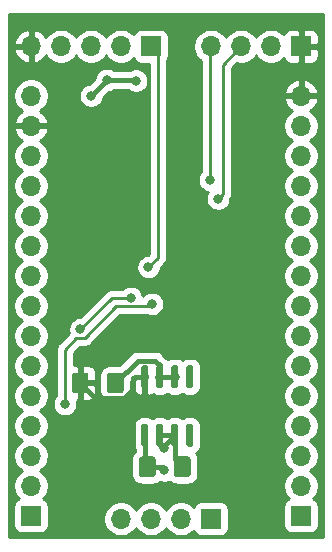
<source format=gbr>
%TF.GenerationSoftware,KiCad,Pcbnew,(5.1.6)-1*%
%TF.CreationDate,2021-02-23T14:27:07+01:00*%
%TF.ProjectId,STM32G030K8T6_Board,53544d33-3247-4303-9330-4b3854365f42,rev?*%
%TF.SameCoordinates,Original*%
%TF.FileFunction,Copper,L2,Bot*%
%TF.FilePolarity,Positive*%
%FSLAX46Y46*%
G04 Gerber Fmt 4.6, Leading zero omitted, Abs format (unit mm)*
G04 Created by KiCad (PCBNEW (5.1.6)-1) date 2021-02-23 14:27:07*
%MOMM*%
%LPD*%
G01*
G04 APERTURE LIST*
%TA.AperFunction,ComponentPad*%
%ADD10R,1.700000X1.700000*%
%TD*%
%TA.AperFunction,ComponentPad*%
%ADD11O,1.700000X1.700000*%
%TD*%
%TA.AperFunction,ViaPad*%
%ADD12C,0.800000*%
%TD*%
%TA.AperFunction,Conductor*%
%ADD13C,0.400000*%
%TD*%
%TA.AperFunction,Conductor*%
%ADD14C,0.250000*%
%TD*%
%TA.AperFunction,Conductor*%
%ADD15C,0.254000*%
%TD*%
G04 APERTURE END LIST*
D10*
%TO.P,J4,1*%
%TO.N,/PA1*%
X111760000Y-78740000D03*
D11*
%TO.P,J4,2*%
%TO.N,/PA0*%
X111760000Y-76200000D03*
%TO.P,J4,3*%
%TO.N,/PC15*%
X111760000Y-73660000D03*
%TO.P,J4,4*%
%TO.N,/PC14*%
X111760000Y-71120000D03*
%TO.P,J4,5*%
%TO.N,/PB9*%
X111760000Y-68580000D03*
%TO.P,J4,6*%
%TO.N,/PB8*%
X111760000Y-66040000D03*
%TO.P,J4,7*%
%TO.N,/PB7*%
X111760000Y-63500000D03*
%TO.P,J4,8*%
%TO.N,/PB6*%
X111760000Y-60960000D03*
%TO.P,J4,9*%
%TO.N,/PB5*%
X111760000Y-58420000D03*
%TO.P,J4,10*%
%TO.N,/PB4*%
X111760000Y-55880000D03*
%TO.P,J4,11*%
%TO.N,/PB3*%
X111760000Y-53340000D03*
%TO.P,J4,12*%
%TO.N,/PA15*%
X111760000Y-50800000D03*
%TO.P,J4,13*%
%TO.N,GND*%
X111760000Y-48260000D03*
%TO.P,J4,14*%
%TO.N,+3V3*%
X111760000Y-45720000D03*
%TO.P,J4,15*%
%TO.N,GND*%
X111760000Y-43180000D03*
%TD*%
%TO.P,C3,2*%
%TO.N,GND*%
%TA.AperFunction,SMDPad,CuDef*%
G36*
G01*
X118175000Y-68125000D02*
X118175000Y-66875000D01*
G75*
G02*
X118425000Y-66625000I250000J0D01*
G01*
X119350000Y-66625000D01*
G75*
G02*
X119600000Y-66875000I0J-250000D01*
G01*
X119600000Y-68125000D01*
G75*
G02*
X119350000Y-68375000I-250000J0D01*
G01*
X118425000Y-68375000D01*
G75*
G02*
X118175000Y-68125000I0J250000D01*
G01*
G37*
%TD.AperFunction*%
%TO.P,C3,1*%
%TO.N,+3V3*%
%TA.AperFunction,SMDPad,CuDef*%
G36*
G01*
X115200000Y-68125000D02*
X115200000Y-66875000D01*
G75*
G02*
X115450000Y-66625000I250000J0D01*
G01*
X116375000Y-66625000D01*
G75*
G02*
X116625000Y-66875000I0J-250000D01*
G01*
X116625000Y-68125000D01*
G75*
G02*
X116375000Y-68375000I-250000J0D01*
G01*
X115450000Y-68375000D01*
G75*
G02*
X115200000Y-68125000I0J250000D01*
G01*
G37*
%TD.AperFunction*%
%TD*%
%TO.P,C5,1*%
%TO.N,Net-(C5-Pad1)*%
%TA.AperFunction,SMDPad,CuDef*%
G36*
G01*
X120887500Y-75225000D02*
X120887500Y-73975000D01*
G75*
G02*
X121137500Y-73725000I250000J0D01*
G01*
X122062500Y-73725000D01*
G75*
G02*
X122312500Y-73975000I0J-250000D01*
G01*
X122312500Y-75225000D01*
G75*
G02*
X122062500Y-75475000I-250000J0D01*
G01*
X121137500Y-75475000D01*
G75*
G02*
X120887500Y-75225000I0J250000D01*
G01*
G37*
%TD.AperFunction*%
%TO.P,C5,2*%
%TO.N,GND*%
%TA.AperFunction,SMDPad,CuDef*%
G36*
G01*
X123862500Y-75225000D02*
X123862500Y-73975000D01*
G75*
G02*
X124112500Y-73725000I250000J0D01*
G01*
X125037500Y-73725000D01*
G75*
G02*
X125287500Y-73975000I0J-250000D01*
G01*
X125287500Y-75225000D01*
G75*
G02*
X125037500Y-75475000I-250000J0D01*
G01*
X124112500Y-75475000D01*
G75*
G02*
X123862500Y-75225000I0J250000D01*
G01*
G37*
%TD.AperFunction*%
%TD*%
D10*
%TO.P,J1,1*%
%TO.N,/PA2*%
X134620000Y-78740000D03*
D11*
%TO.P,J1,2*%
%TO.N,/PA3*%
X134620000Y-76200000D03*
%TO.P,J1,3*%
%TO.N,/PA4*%
X134620000Y-73660000D03*
%TO.P,J1,4*%
%TO.N,/PA5*%
X134620000Y-71120000D03*
%TO.P,J1,5*%
%TO.N,/PA6*%
X134620000Y-68580000D03*
%TO.P,J1,6*%
%TO.N,/PA7*%
X134620000Y-66040000D03*
%TO.P,J1,7*%
%TO.N,/PB0*%
X134620000Y-63500000D03*
%TO.P,J1,8*%
%TO.N,/PB1*%
X134620000Y-60960000D03*
%TO.P,J1,9*%
%TO.N,/PB2*%
X134620000Y-58420000D03*
%TO.P,J1,10*%
%TO.N,/PA8*%
X134620000Y-55880000D03*
%TO.P,J1,11*%
%TO.N,/PC6*%
X134620000Y-53340000D03*
%TO.P,J1,12*%
%TO.N,/PA11*%
X134620000Y-50800000D03*
%TO.P,J1,13*%
%TO.N,/PA12*%
X134620000Y-48260000D03*
%TO.P,J1,14*%
%TO.N,GND*%
X134620000Y-45720000D03*
%TO.P,J1,15*%
%TO.N,+3V3*%
X134620000Y-43180000D03*
%TD*%
D10*
%TO.P,J2,1*%
%TO.N,+3V3*%
X134620000Y-39000000D03*
D11*
%TO.P,J2,2*%
%TO.N,GND*%
X132080000Y-39000000D03*
%TO.P,J2,3*%
%TO.N,/PA9*%
X129540000Y-39000000D03*
%TO.P,J2,4*%
%TO.N,/PA10*%
X127000000Y-39000000D03*
%TD*%
D10*
%TO.P,J3,1*%
%TO.N,/MCU_RST*%
X121920000Y-39000000D03*
D11*
%TO.P,J3,2*%
%TO.N,/SWDIO*%
X119380000Y-39000000D03*
%TO.P,J3,3*%
%TO.N,GND*%
X116840000Y-39000000D03*
%TO.P,J3,4*%
%TO.N,/SWCLK*%
X114300000Y-39000000D03*
%TO.P,J3,5*%
%TO.N,+3V3*%
X111760000Y-39000000D03*
%TD*%
%TO.P,J5,4*%
%TO.N,GND*%
X119380000Y-79000000D03*
%TO.P,J5,3*%
X121920000Y-79000000D03*
%TO.P,J5,2*%
%TO.N,VDC*%
X124460000Y-79000000D03*
D10*
%TO.P,J5,1*%
X127000000Y-79000000D03*
%TD*%
%TO.P,U2,1*%
%TO.N,+3V3*%
%TA.AperFunction,SMDPad,CuDef*%
G36*
G01*
X121245000Y-66000000D02*
X121545000Y-66000000D01*
G75*
G02*
X121695000Y-66150000I0J-150000D01*
G01*
X121695000Y-67800000D01*
G75*
G02*
X121545000Y-67950000I-150000J0D01*
G01*
X121245000Y-67950000D01*
G75*
G02*
X121095000Y-67800000I0J150000D01*
G01*
X121095000Y-66150000D01*
G75*
G02*
X121245000Y-66000000I150000J0D01*
G01*
G37*
%TD.AperFunction*%
%TO.P,U2,2*%
%TO.N,GND*%
%TA.AperFunction,SMDPad,CuDef*%
G36*
G01*
X122515000Y-66000000D02*
X122815000Y-66000000D01*
G75*
G02*
X122965000Y-66150000I0J-150000D01*
G01*
X122965000Y-67800000D01*
G75*
G02*
X122815000Y-67950000I-150000J0D01*
G01*
X122515000Y-67950000D01*
G75*
G02*
X122365000Y-67800000I0J150000D01*
G01*
X122365000Y-66150000D01*
G75*
G02*
X122515000Y-66000000I150000J0D01*
G01*
G37*
%TD.AperFunction*%
%TO.P,U2,3*%
%TA.AperFunction,SMDPad,CuDef*%
G36*
G01*
X123785000Y-66000000D02*
X124085000Y-66000000D01*
G75*
G02*
X124235000Y-66150000I0J-150000D01*
G01*
X124235000Y-67800000D01*
G75*
G02*
X124085000Y-67950000I-150000J0D01*
G01*
X123785000Y-67950000D01*
G75*
G02*
X123635000Y-67800000I0J150000D01*
G01*
X123635000Y-66150000D01*
G75*
G02*
X123785000Y-66000000I150000J0D01*
G01*
G37*
%TD.AperFunction*%
%TO.P,U2,4*%
%TO.N,Net-(U2-Pad4)*%
%TA.AperFunction,SMDPad,CuDef*%
G36*
G01*
X125055000Y-66000000D02*
X125355000Y-66000000D01*
G75*
G02*
X125505000Y-66150000I0J-150000D01*
G01*
X125505000Y-67800000D01*
G75*
G02*
X125355000Y-67950000I-150000J0D01*
G01*
X125055000Y-67950000D01*
G75*
G02*
X124905000Y-67800000I0J150000D01*
G01*
X124905000Y-66150000D01*
G75*
G02*
X125055000Y-66000000I150000J0D01*
G01*
G37*
%TD.AperFunction*%
%TO.P,U2,5*%
%TO.N,Net-(U2-Pad5)*%
%TA.AperFunction,SMDPad,CuDef*%
G36*
G01*
X125055000Y-70950000D02*
X125355000Y-70950000D01*
G75*
G02*
X125505000Y-71100000I0J-150000D01*
G01*
X125505000Y-72750000D01*
G75*
G02*
X125355000Y-72900000I-150000J0D01*
G01*
X125055000Y-72900000D01*
G75*
G02*
X124905000Y-72750000I0J150000D01*
G01*
X124905000Y-71100000D01*
G75*
G02*
X125055000Y-70950000I150000J0D01*
G01*
G37*
%TD.AperFunction*%
%TO.P,U2,6*%
%TO.N,GND*%
%TA.AperFunction,SMDPad,CuDef*%
G36*
G01*
X123785000Y-70950000D02*
X124085000Y-70950000D01*
G75*
G02*
X124235000Y-71100000I0J-150000D01*
G01*
X124235000Y-72750000D01*
G75*
G02*
X124085000Y-72900000I-150000J0D01*
G01*
X123785000Y-72900000D01*
G75*
G02*
X123635000Y-72750000I0J150000D01*
G01*
X123635000Y-71100000D01*
G75*
G02*
X123785000Y-70950000I150000J0D01*
G01*
G37*
%TD.AperFunction*%
%TO.P,U2,7*%
%TA.AperFunction,SMDPad,CuDef*%
G36*
G01*
X122515000Y-70950000D02*
X122815000Y-70950000D01*
G75*
G02*
X122965000Y-71100000I0J-150000D01*
G01*
X122965000Y-72750000D01*
G75*
G02*
X122815000Y-72900000I-150000J0D01*
G01*
X122515000Y-72900000D01*
G75*
G02*
X122365000Y-72750000I0J150000D01*
G01*
X122365000Y-71100000D01*
G75*
G02*
X122515000Y-70950000I150000J0D01*
G01*
G37*
%TD.AperFunction*%
%TO.P,U2,8*%
%TO.N,Net-(C5-Pad1)*%
%TA.AperFunction,SMDPad,CuDef*%
G36*
G01*
X121245000Y-70950000D02*
X121545000Y-70950000D01*
G75*
G02*
X121695000Y-71100000I0J-150000D01*
G01*
X121695000Y-72750000D01*
G75*
G02*
X121545000Y-72900000I-150000J0D01*
G01*
X121245000Y-72900000D01*
G75*
G02*
X121095000Y-72750000I0J150000D01*
G01*
X121095000Y-71100000D01*
G75*
G02*
X121245000Y-70950000I150000J0D01*
G01*
G37*
%TD.AperFunction*%
%TD*%
D12*
%TO.N,GND*%
X118887500Y-67500000D03*
X118172653Y-41847347D03*
X116840000Y-43180000D03*
X120650000Y-41910000D03*
X123050000Y-73000000D03*
X123935000Y-66975000D03*
%TO.N,+3V3*%
X115912500Y-67500000D03*
%TO.N,Net-(C5-Pad1)*%
X123050000Y-74900000D03*
%TO.N,/PA0*%
X115943530Y-62943530D03*
X120200000Y-60300000D03*
%TO.N,/PA1*%
X122000000Y-60800000D03*
X114624078Y-69300000D03*
%TO.N,/PA9*%
X127600000Y-51900000D03*
%TO.N,/PA10*%
X126900000Y-50300000D03*
%TO.N,/MCU_RST*%
X121700000Y-57700000D03*
%TD*%
D13*
%TO.N,GND*%
X120787510Y-65599990D02*
X118887500Y-67500000D01*
X122264990Y-65599990D02*
X120787510Y-65599990D01*
X122665000Y-66000000D02*
X122264990Y-65599990D01*
X122665000Y-66975000D02*
X122665000Y-66000000D01*
X122425000Y-66975000D02*
X123935000Y-66975000D01*
X118172653Y-41847347D02*
X116840000Y-43180000D01*
X118172653Y-41847347D02*
X120587347Y-41847347D01*
X120587347Y-41847347D02*
X120650000Y-41910000D01*
X123935000Y-73960000D02*
X123935000Y-71925000D01*
X124575000Y-74600000D02*
X123935000Y-73960000D01*
X123935000Y-71925000D02*
X122665000Y-71925000D01*
X122665000Y-71925000D02*
X122665000Y-72615000D01*
X122665000Y-72615000D02*
X123050000Y-73000000D01*
X123050000Y-72810000D02*
X123050000Y-73000000D01*
X123935000Y-71925000D02*
X123050000Y-72810000D01*
X122665000Y-66975000D02*
X123935000Y-66975000D01*
%TO.N,+3V3*%
X121395000Y-66975000D02*
X120525000Y-66975000D01*
X120525000Y-66975000D02*
X120400000Y-67100000D01*
X117187510Y-68775010D02*
X115912500Y-67500000D01*
X119619246Y-68775010D02*
X117187510Y-68775010D01*
X120400000Y-67994256D02*
X119619246Y-68775010D01*
X120400000Y-67100000D02*
X120400000Y-67994256D01*
%TO.N,Net-(C5-Pad1)*%
X121395000Y-74395000D02*
X121600000Y-74600000D01*
X121395000Y-71925000D02*
X121395000Y-74395000D01*
X121600000Y-74600000D02*
X122750000Y-74600000D01*
X122750000Y-74600000D02*
X123050000Y-74900000D01*
D14*
%TO.N,/PA0*%
X115943530Y-62943530D02*
X118587060Y-60300000D01*
X118587060Y-60300000D02*
X119400000Y-60300000D01*
X119400000Y-60300000D02*
X120200000Y-60300000D01*
%TO.N,/PA1*%
X122000000Y-60800000D02*
X121774999Y-61025001D01*
X121774999Y-61025001D02*
X118974999Y-61025001D01*
X118974999Y-61025001D02*
X116300000Y-63700000D01*
X116300000Y-63700000D02*
X115600000Y-63700000D01*
X115600000Y-63700000D02*
X114624078Y-64675922D01*
X114624078Y-64675922D02*
X114624078Y-69300000D01*
%TO.N,/PA9*%
X127999999Y-40540001D02*
X129540000Y-39000000D01*
X127999999Y-51500001D02*
X127999999Y-40540001D01*
X127600000Y-51900000D02*
X127999999Y-51500001D01*
%TO.N,/PA10*%
X126900000Y-39100000D02*
X127000000Y-39000000D01*
X126900000Y-50300000D02*
X126900000Y-39100000D01*
%TO.N,/MCU_RST*%
X121700000Y-57700000D02*
X122500000Y-56900000D01*
X122500000Y-39580000D02*
X121920000Y-39000000D01*
X122500000Y-56900000D02*
X122500000Y-39580000D01*
%TD*%
D15*
%TO.N,+3V3*%
G36*
X136450000Y-80570000D02*
G01*
X109930000Y-80570000D01*
X109930000Y-77890000D01*
X110271928Y-77890000D01*
X110271928Y-79590000D01*
X110284188Y-79714482D01*
X110320498Y-79834180D01*
X110379463Y-79944494D01*
X110458815Y-80041185D01*
X110555506Y-80120537D01*
X110665820Y-80179502D01*
X110785518Y-80215812D01*
X110910000Y-80228072D01*
X112610000Y-80228072D01*
X112734482Y-80215812D01*
X112854180Y-80179502D01*
X112964494Y-80120537D01*
X113061185Y-80041185D01*
X113140537Y-79944494D01*
X113199502Y-79834180D01*
X113235812Y-79714482D01*
X113248072Y-79590000D01*
X113248072Y-78853740D01*
X117895000Y-78853740D01*
X117895000Y-79146260D01*
X117952068Y-79433158D01*
X118064010Y-79703411D01*
X118226525Y-79946632D01*
X118433368Y-80153475D01*
X118676589Y-80315990D01*
X118946842Y-80427932D01*
X119233740Y-80485000D01*
X119526260Y-80485000D01*
X119813158Y-80427932D01*
X120083411Y-80315990D01*
X120326632Y-80153475D01*
X120533475Y-79946632D01*
X120650000Y-79772240D01*
X120766525Y-79946632D01*
X120973368Y-80153475D01*
X121216589Y-80315990D01*
X121486842Y-80427932D01*
X121773740Y-80485000D01*
X122066260Y-80485000D01*
X122353158Y-80427932D01*
X122623411Y-80315990D01*
X122866632Y-80153475D01*
X123073475Y-79946632D01*
X123190000Y-79772240D01*
X123306525Y-79946632D01*
X123513368Y-80153475D01*
X123756589Y-80315990D01*
X124026842Y-80427932D01*
X124313740Y-80485000D01*
X124606260Y-80485000D01*
X124893158Y-80427932D01*
X125163411Y-80315990D01*
X125406632Y-80153475D01*
X125538487Y-80021620D01*
X125560498Y-80094180D01*
X125619463Y-80204494D01*
X125698815Y-80301185D01*
X125795506Y-80380537D01*
X125905820Y-80439502D01*
X126025518Y-80475812D01*
X126150000Y-80488072D01*
X127850000Y-80488072D01*
X127974482Y-80475812D01*
X128094180Y-80439502D01*
X128204494Y-80380537D01*
X128301185Y-80301185D01*
X128380537Y-80204494D01*
X128439502Y-80094180D01*
X128475812Y-79974482D01*
X128488072Y-79850000D01*
X128488072Y-78150000D01*
X128475812Y-78025518D01*
X128439502Y-77905820D01*
X128431046Y-77890000D01*
X133131928Y-77890000D01*
X133131928Y-79590000D01*
X133144188Y-79714482D01*
X133180498Y-79834180D01*
X133239463Y-79944494D01*
X133318815Y-80041185D01*
X133415506Y-80120537D01*
X133525820Y-80179502D01*
X133645518Y-80215812D01*
X133770000Y-80228072D01*
X135470000Y-80228072D01*
X135594482Y-80215812D01*
X135714180Y-80179502D01*
X135824494Y-80120537D01*
X135921185Y-80041185D01*
X136000537Y-79944494D01*
X136059502Y-79834180D01*
X136095812Y-79714482D01*
X136108072Y-79590000D01*
X136108072Y-77890000D01*
X136095812Y-77765518D01*
X136059502Y-77645820D01*
X136000537Y-77535506D01*
X135921185Y-77438815D01*
X135824494Y-77359463D01*
X135714180Y-77300498D01*
X135641620Y-77278487D01*
X135773475Y-77146632D01*
X135935990Y-76903411D01*
X136047932Y-76633158D01*
X136105000Y-76346260D01*
X136105000Y-76053740D01*
X136047932Y-75766842D01*
X135935990Y-75496589D01*
X135773475Y-75253368D01*
X135566632Y-75046525D01*
X135392240Y-74930000D01*
X135566632Y-74813475D01*
X135773475Y-74606632D01*
X135935990Y-74363411D01*
X136047932Y-74093158D01*
X136105000Y-73806260D01*
X136105000Y-73513740D01*
X136047932Y-73226842D01*
X135935990Y-72956589D01*
X135773475Y-72713368D01*
X135566632Y-72506525D01*
X135392240Y-72390000D01*
X135566632Y-72273475D01*
X135773475Y-72066632D01*
X135935990Y-71823411D01*
X136047932Y-71553158D01*
X136105000Y-71266260D01*
X136105000Y-70973740D01*
X136047932Y-70686842D01*
X135935990Y-70416589D01*
X135773475Y-70173368D01*
X135566632Y-69966525D01*
X135392240Y-69850000D01*
X135566632Y-69733475D01*
X135773475Y-69526632D01*
X135935990Y-69283411D01*
X136047932Y-69013158D01*
X136105000Y-68726260D01*
X136105000Y-68433740D01*
X136047932Y-68146842D01*
X135935990Y-67876589D01*
X135773475Y-67633368D01*
X135566632Y-67426525D01*
X135392240Y-67310000D01*
X135566632Y-67193475D01*
X135773475Y-66986632D01*
X135935990Y-66743411D01*
X136047932Y-66473158D01*
X136105000Y-66186260D01*
X136105000Y-65893740D01*
X136047932Y-65606842D01*
X135935990Y-65336589D01*
X135773475Y-65093368D01*
X135566632Y-64886525D01*
X135392240Y-64770000D01*
X135566632Y-64653475D01*
X135773475Y-64446632D01*
X135935990Y-64203411D01*
X136047932Y-63933158D01*
X136105000Y-63646260D01*
X136105000Y-63353740D01*
X136047932Y-63066842D01*
X135935990Y-62796589D01*
X135773475Y-62553368D01*
X135566632Y-62346525D01*
X135392240Y-62230000D01*
X135566632Y-62113475D01*
X135773475Y-61906632D01*
X135935990Y-61663411D01*
X136047932Y-61393158D01*
X136105000Y-61106260D01*
X136105000Y-60813740D01*
X136047932Y-60526842D01*
X135935990Y-60256589D01*
X135773475Y-60013368D01*
X135566632Y-59806525D01*
X135392240Y-59690000D01*
X135566632Y-59573475D01*
X135773475Y-59366632D01*
X135935990Y-59123411D01*
X136047932Y-58853158D01*
X136105000Y-58566260D01*
X136105000Y-58273740D01*
X136047932Y-57986842D01*
X135935990Y-57716589D01*
X135773475Y-57473368D01*
X135566632Y-57266525D01*
X135392240Y-57150000D01*
X135566632Y-57033475D01*
X135773475Y-56826632D01*
X135935990Y-56583411D01*
X136047932Y-56313158D01*
X136105000Y-56026260D01*
X136105000Y-55733740D01*
X136047932Y-55446842D01*
X135935990Y-55176589D01*
X135773475Y-54933368D01*
X135566632Y-54726525D01*
X135392240Y-54610000D01*
X135566632Y-54493475D01*
X135773475Y-54286632D01*
X135935990Y-54043411D01*
X136047932Y-53773158D01*
X136105000Y-53486260D01*
X136105000Y-53193740D01*
X136047932Y-52906842D01*
X135935990Y-52636589D01*
X135773475Y-52393368D01*
X135566632Y-52186525D01*
X135392240Y-52070000D01*
X135566632Y-51953475D01*
X135773475Y-51746632D01*
X135935990Y-51503411D01*
X136047932Y-51233158D01*
X136105000Y-50946260D01*
X136105000Y-50653740D01*
X136047932Y-50366842D01*
X135935990Y-50096589D01*
X135773475Y-49853368D01*
X135566632Y-49646525D01*
X135392240Y-49530000D01*
X135566632Y-49413475D01*
X135773475Y-49206632D01*
X135935990Y-48963411D01*
X136047932Y-48693158D01*
X136105000Y-48406260D01*
X136105000Y-48113740D01*
X136047932Y-47826842D01*
X135935990Y-47556589D01*
X135773475Y-47313368D01*
X135566632Y-47106525D01*
X135392240Y-46990000D01*
X135566632Y-46873475D01*
X135773475Y-46666632D01*
X135935990Y-46423411D01*
X136047932Y-46153158D01*
X136105000Y-45866260D01*
X136105000Y-45573740D01*
X136047932Y-45286842D01*
X135935990Y-45016589D01*
X135773475Y-44773368D01*
X135566632Y-44566525D01*
X135384466Y-44444805D01*
X135501355Y-44375178D01*
X135717588Y-44180269D01*
X135891641Y-43946920D01*
X136016825Y-43684099D01*
X136061476Y-43536890D01*
X135940155Y-43307000D01*
X134747000Y-43307000D01*
X134747000Y-43327000D01*
X134493000Y-43327000D01*
X134493000Y-43307000D01*
X133299845Y-43307000D01*
X133178524Y-43536890D01*
X133223175Y-43684099D01*
X133348359Y-43946920D01*
X133522412Y-44180269D01*
X133738645Y-44375178D01*
X133855534Y-44444805D01*
X133673368Y-44566525D01*
X133466525Y-44773368D01*
X133304010Y-45016589D01*
X133192068Y-45286842D01*
X133135000Y-45573740D01*
X133135000Y-45866260D01*
X133192068Y-46153158D01*
X133304010Y-46423411D01*
X133466525Y-46666632D01*
X133673368Y-46873475D01*
X133847760Y-46990000D01*
X133673368Y-47106525D01*
X133466525Y-47313368D01*
X133304010Y-47556589D01*
X133192068Y-47826842D01*
X133135000Y-48113740D01*
X133135000Y-48406260D01*
X133192068Y-48693158D01*
X133304010Y-48963411D01*
X133466525Y-49206632D01*
X133673368Y-49413475D01*
X133847760Y-49530000D01*
X133673368Y-49646525D01*
X133466525Y-49853368D01*
X133304010Y-50096589D01*
X133192068Y-50366842D01*
X133135000Y-50653740D01*
X133135000Y-50946260D01*
X133192068Y-51233158D01*
X133304010Y-51503411D01*
X133466525Y-51746632D01*
X133673368Y-51953475D01*
X133847760Y-52070000D01*
X133673368Y-52186525D01*
X133466525Y-52393368D01*
X133304010Y-52636589D01*
X133192068Y-52906842D01*
X133135000Y-53193740D01*
X133135000Y-53486260D01*
X133192068Y-53773158D01*
X133304010Y-54043411D01*
X133466525Y-54286632D01*
X133673368Y-54493475D01*
X133847760Y-54610000D01*
X133673368Y-54726525D01*
X133466525Y-54933368D01*
X133304010Y-55176589D01*
X133192068Y-55446842D01*
X133135000Y-55733740D01*
X133135000Y-56026260D01*
X133192068Y-56313158D01*
X133304010Y-56583411D01*
X133466525Y-56826632D01*
X133673368Y-57033475D01*
X133847760Y-57150000D01*
X133673368Y-57266525D01*
X133466525Y-57473368D01*
X133304010Y-57716589D01*
X133192068Y-57986842D01*
X133135000Y-58273740D01*
X133135000Y-58566260D01*
X133192068Y-58853158D01*
X133304010Y-59123411D01*
X133466525Y-59366632D01*
X133673368Y-59573475D01*
X133847760Y-59690000D01*
X133673368Y-59806525D01*
X133466525Y-60013368D01*
X133304010Y-60256589D01*
X133192068Y-60526842D01*
X133135000Y-60813740D01*
X133135000Y-61106260D01*
X133192068Y-61393158D01*
X133304010Y-61663411D01*
X133466525Y-61906632D01*
X133673368Y-62113475D01*
X133847760Y-62230000D01*
X133673368Y-62346525D01*
X133466525Y-62553368D01*
X133304010Y-62796589D01*
X133192068Y-63066842D01*
X133135000Y-63353740D01*
X133135000Y-63646260D01*
X133192068Y-63933158D01*
X133304010Y-64203411D01*
X133466525Y-64446632D01*
X133673368Y-64653475D01*
X133847760Y-64770000D01*
X133673368Y-64886525D01*
X133466525Y-65093368D01*
X133304010Y-65336589D01*
X133192068Y-65606842D01*
X133135000Y-65893740D01*
X133135000Y-66186260D01*
X133192068Y-66473158D01*
X133304010Y-66743411D01*
X133466525Y-66986632D01*
X133673368Y-67193475D01*
X133847760Y-67310000D01*
X133673368Y-67426525D01*
X133466525Y-67633368D01*
X133304010Y-67876589D01*
X133192068Y-68146842D01*
X133135000Y-68433740D01*
X133135000Y-68726260D01*
X133192068Y-69013158D01*
X133304010Y-69283411D01*
X133466525Y-69526632D01*
X133673368Y-69733475D01*
X133847760Y-69850000D01*
X133673368Y-69966525D01*
X133466525Y-70173368D01*
X133304010Y-70416589D01*
X133192068Y-70686842D01*
X133135000Y-70973740D01*
X133135000Y-71266260D01*
X133192068Y-71553158D01*
X133304010Y-71823411D01*
X133466525Y-72066632D01*
X133673368Y-72273475D01*
X133847760Y-72390000D01*
X133673368Y-72506525D01*
X133466525Y-72713368D01*
X133304010Y-72956589D01*
X133192068Y-73226842D01*
X133135000Y-73513740D01*
X133135000Y-73806260D01*
X133192068Y-74093158D01*
X133304010Y-74363411D01*
X133466525Y-74606632D01*
X133673368Y-74813475D01*
X133847760Y-74930000D01*
X133673368Y-75046525D01*
X133466525Y-75253368D01*
X133304010Y-75496589D01*
X133192068Y-75766842D01*
X133135000Y-76053740D01*
X133135000Y-76346260D01*
X133192068Y-76633158D01*
X133304010Y-76903411D01*
X133466525Y-77146632D01*
X133598380Y-77278487D01*
X133525820Y-77300498D01*
X133415506Y-77359463D01*
X133318815Y-77438815D01*
X133239463Y-77535506D01*
X133180498Y-77645820D01*
X133144188Y-77765518D01*
X133131928Y-77890000D01*
X128431046Y-77890000D01*
X128380537Y-77795506D01*
X128301185Y-77698815D01*
X128204494Y-77619463D01*
X128094180Y-77560498D01*
X127974482Y-77524188D01*
X127850000Y-77511928D01*
X126150000Y-77511928D01*
X126025518Y-77524188D01*
X125905820Y-77560498D01*
X125795506Y-77619463D01*
X125698815Y-77698815D01*
X125619463Y-77795506D01*
X125560498Y-77905820D01*
X125538487Y-77978380D01*
X125406632Y-77846525D01*
X125163411Y-77684010D01*
X124893158Y-77572068D01*
X124606260Y-77515000D01*
X124313740Y-77515000D01*
X124026842Y-77572068D01*
X123756589Y-77684010D01*
X123513368Y-77846525D01*
X123306525Y-78053368D01*
X123190000Y-78227760D01*
X123073475Y-78053368D01*
X122866632Y-77846525D01*
X122623411Y-77684010D01*
X122353158Y-77572068D01*
X122066260Y-77515000D01*
X121773740Y-77515000D01*
X121486842Y-77572068D01*
X121216589Y-77684010D01*
X120973368Y-77846525D01*
X120766525Y-78053368D01*
X120650000Y-78227760D01*
X120533475Y-78053368D01*
X120326632Y-77846525D01*
X120083411Y-77684010D01*
X119813158Y-77572068D01*
X119526260Y-77515000D01*
X119233740Y-77515000D01*
X118946842Y-77572068D01*
X118676589Y-77684010D01*
X118433368Y-77846525D01*
X118226525Y-78053368D01*
X118064010Y-78296589D01*
X117952068Y-78566842D01*
X117895000Y-78853740D01*
X113248072Y-78853740D01*
X113248072Y-77890000D01*
X113235812Y-77765518D01*
X113199502Y-77645820D01*
X113140537Y-77535506D01*
X113061185Y-77438815D01*
X112964494Y-77359463D01*
X112854180Y-77300498D01*
X112781620Y-77278487D01*
X112913475Y-77146632D01*
X113075990Y-76903411D01*
X113187932Y-76633158D01*
X113245000Y-76346260D01*
X113245000Y-76053740D01*
X113187932Y-75766842D01*
X113075990Y-75496589D01*
X112913475Y-75253368D01*
X112706632Y-75046525D01*
X112532240Y-74930000D01*
X112706632Y-74813475D01*
X112913475Y-74606632D01*
X113075990Y-74363411D01*
X113187932Y-74093158D01*
X113211435Y-73975000D01*
X120249428Y-73975000D01*
X120249428Y-75225000D01*
X120266492Y-75398254D01*
X120317028Y-75564850D01*
X120399095Y-75718386D01*
X120509538Y-75852962D01*
X120644114Y-75963405D01*
X120797650Y-76045472D01*
X120964246Y-76096008D01*
X121137500Y-76113072D01*
X122062500Y-76113072D01*
X122235754Y-76096008D01*
X122402350Y-76045472D01*
X122555886Y-75963405D01*
X122675571Y-75865183D01*
X122748102Y-75895226D01*
X122948061Y-75935000D01*
X123151939Y-75935000D01*
X123351898Y-75895226D01*
X123476773Y-75843501D01*
X123484538Y-75852962D01*
X123619114Y-75963405D01*
X123772650Y-76045472D01*
X123939246Y-76096008D01*
X124112500Y-76113072D01*
X125037500Y-76113072D01*
X125210754Y-76096008D01*
X125377350Y-76045472D01*
X125530886Y-75963405D01*
X125665462Y-75852962D01*
X125775905Y-75718386D01*
X125857972Y-75564850D01*
X125908508Y-75398254D01*
X125925572Y-75225000D01*
X125925572Y-73975000D01*
X125908508Y-73801746D01*
X125857972Y-73635150D01*
X125775905Y-73481614D01*
X125737509Y-73434828D01*
X125792829Y-73405258D01*
X125912251Y-73307251D01*
X126010258Y-73187829D01*
X126083084Y-73051582D01*
X126127929Y-72903745D01*
X126143072Y-72750000D01*
X126143072Y-71100000D01*
X126127929Y-70946255D01*
X126083084Y-70798418D01*
X126010258Y-70662171D01*
X125912251Y-70542749D01*
X125792829Y-70444742D01*
X125656582Y-70371916D01*
X125508745Y-70327071D01*
X125355000Y-70311928D01*
X125055000Y-70311928D01*
X124901255Y-70327071D01*
X124753418Y-70371916D01*
X124617171Y-70444742D01*
X124570000Y-70483454D01*
X124522829Y-70444742D01*
X124386582Y-70371916D01*
X124238745Y-70327071D01*
X124085000Y-70311928D01*
X123785000Y-70311928D01*
X123631255Y-70327071D01*
X123483418Y-70371916D01*
X123347171Y-70444742D01*
X123300000Y-70483454D01*
X123252829Y-70444742D01*
X123116582Y-70371916D01*
X122968745Y-70327071D01*
X122815000Y-70311928D01*
X122515000Y-70311928D01*
X122361255Y-70327071D01*
X122213418Y-70371916D01*
X122077171Y-70444742D01*
X122030000Y-70483454D01*
X121982829Y-70444742D01*
X121846582Y-70371916D01*
X121698745Y-70327071D01*
X121545000Y-70311928D01*
X121245000Y-70311928D01*
X121091255Y-70327071D01*
X120943418Y-70371916D01*
X120807171Y-70444742D01*
X120687749Y-70542749D01*
X120589742Y-70662171D01*
X120516916Y-70798418D01*
X120472071Y-70946255D01*
X120456928Y-71100000D01*
X120456928Y-72750000D01*
X120472071Y-72903745D01*
X120516916Y-73051582D01*
X120560000Y-73132187D01*
X120560001Y-73305625D01*
X120509538Y-73347038D01*
X120399095Y-73481614D01*
X120317028Y-73635150D01*
X120266492Y-73801746D01*
X120249428Y-73975000D01*
X113211435Y-73975000D01*
X113245000Y-73806260D01*
X113245000Y-73513740D01*
X113187932Y-73226842D01*
X113075990Y-72956589D01*
X112913475Y-72713368D01*
X112706632Y-72506525D01*
X112532240Y-72390000D01*
X112706632Y-72273475D01*
X112913475Y-72066632D01*
X113075990Y-71823411D01*
X113187932Y-71553158D01*
X113245000Y-71266260D01*
X113245000Y-70973740D01*
X113187932Y-70686842D01*
X113075990Y-70416589D01*
X112913475Y-70173368D01*
X112706632Y-69966525D01*
X112532240Y-69850000D01*
X112706632Y-69733475D01*
X112913475Y-69526632D01*
X113075990Y-69283411D01*
X113111342Y-69198061D01*
X113589078Y-69198061D01*
X113589078Y-69401939D01*
X113628852Y-69601898D01*
X113706873Y-69790256D01*
X113820141Y-69959774D01*
X113964304Y-70103937D01*
X114133822Y-70217205D01*
X114322180Y-70295226D01*
X114522139Y-70335000D01*
X114726017Y-70335000D01*
X114925976Y-70295226D01*
X115114334Y-70217205D01*
X115283852Y-70103937D01*
X115428015Y-69959774D01*
X115541283Y-69790256D01*
X115619304Y-69601898D01*
X115659078Y-69401939D01*
X115659078Y-69198061D01*
X115621678Y-69010037D01*
X115626750Y-69010000D01*
X115785500Y-68851250D01*
X115785500Y-67627000D01*
X116039500Y-67627000D01*
X116039500Y-68851250D01*
X116198250Y-69010000D01*
X116625000Y-69013072D01*
X116749482Y-69000812D01*
X116869180Y-68964502D01*
X116979494Y-68905537D01*
X117076185Y-68826185D01*
X117155537Y-68729494D01*
X117214502Y-68619180D01*
X117250812Y-68499482D01*
X117263072Y-68375000D01*
X117260000Y-67785750D01*
X117101250Y-67627000D01*
X116039500Y-67627000D01*
X115785500Y-67627000D01*
X115765500Y-67627000D01*
X115765500Y-67373000D01*
X115785500Y-67373000D01*
X115785500Y-66148750D01*
X116039500Y-66148750D01*
X116039500Y-67373000D01*
X117101250Y-67373000D01*
X117260000Y-67214250D01*
X117261768Y-66875000D01*
X117536928Y-66875000D01*
X117536928Y-68125000D01*
X117553992Y-68298254D01*
X117604528Y-68464850D01*
X117686595Y-68618386D01*
X117797038Y-68752962D01*
X117931614Y-68863405D01*
X118085150Y-68945472D01*
X118251746Y-68996008D01*
X118425000Y-69013072D01*
X119350000Y-69013072D01*
X119523254Y-68996008D01*
X119689850Y-68945472D01*
X119843386Y-68863405D01*
X119977962Y-68752962D01*
X120088405Y-68618386D01*
X120170472Y-68464850D01*
X120221008Y-68298254D01*
X120238072Y-68125000D01*
X120238072Y-67330296D01*
X120466366Y-67102002D01*
X120618748Y-67102002D01*
X120460000Y-67260750D01*
X120456928Y-67950000D01*
X120469188Y-68074482D01*
X120505498Y-68194180D01*
X120564463Y-68304494D01*
X120643815Y-68401185D01*
X120740506Y-68480537D01*
X120850820Y-68539502D01*
X120970518Y-68575812D01*
X121095000Y-68588072D01*
X121109250Y-68585000D01*
X121268000Y-68426250D01*
X121268000Y-67102000D01*
X121248000Y-67102000D01*
X121248000Y-66848000D01*
X121268000Y-66848000D01*
X121268000Y-66828000D01*
X121522000Y-66828000D01*
X121522000Y-66848000D01*
X121542000Y-66848000D01*
X121542000Y-67102000D01*
X121522000Y-67102000D01*
X121522000Y-68426250D01*
X121680750Y-68585000D01*
X121695000Y-68588072D01*
X121819482Y-68575812D01*
X121939180Y-68539502D01*
X122049494Y-68480537D01*
X122079064Y-68456270D01*
X122213418Y-68528084D01*
X122361255Y-68572929D01*
X122515000Y-68588072D01*
X122815000Y-68588072D01*
X122968745Y-68572929D01*
X123116582Y-68528084D01*
X123252829Y-68455258D01*
X123300000Y-68416546D01*
X123347171Y-68455258D01*
X123483418Y-68528084D01*
X123631255Y-68572929D01*
X123785000Y-68588072D01*
X124085000Y-68588072D01*
X124238745Y-68572929D01*
X124386582Y-68528084D01*
X124522829Y-68455258D01*
X124570000Y-68416546D01*
X124617171Y-68455258D01*
X124753418Y-68528084D01*
X124901255Y-68572929D01*
X125055000Y-68588072D01*
X125355000Y-68588072D01*
X125508745Y-68572929D01*
X125656582Y-68528084D01*
X125792829Y-68455258D01*
X125912251Y-68357251D01*
X126010258Y-68237829D01*
X126083084Y-68101582D01*
X126127929Y-67953745D01*
X126143072Y-67800000D01*
X126143072Y-66150000D01*
X126127929Y-65996255D01*
X126083084Y-65848418D01*
X126010258Y-65712171D01*
X125912251Y-65592749D01*
X125792829Y-65494742D01*
X125656582Y-65421916D01*
X125508745Y-65377071D01*
X125355000Y-65361928D01*
X125055000Y-65361928D01*
X124901255Y-65377071D01*
X124753418Y-65421916D01*
X124617171Y-65494742D01*
X124570000Y-65533454D01*
X124522829Y-65494742D01*
X124386582Y-65421916D01*
X124238745Y-65377071D01*
X124085000Y-65361928D01*
X123785000Y-65361928D01*
X123631255Y-65377071D01*
X123483418Y-65421916D01*
X123347171Y-65494742D01*
X123337232Y-65502899D01*
X123258291Y-65406709D01*
X123226426Y-65380558D01*
X122884435Y-65038568D01*
X122858281Y-65006699D01*
X122731136Y-64902354D01*
X122586077Y-64824818D01*
X122428679Y-64777072D01*
X122306009Y-64764990D01*
X122306008Y-64764990D01*
X122264990Y-64760950D01*
X122223972Y-64764990D01*
X120828528Y-64764990D01*
X120787510Y-64760950D01*
X120746491Y-64764990D01*
X120623821Y-64777072D01*
X120466423Y-64824818D01*
X120321364Y-64902354D01*
X120194219Y-65006699D01*
X120168073Y-65038558D01*
X119219704Y-65986928D01*
X118425000Y-65986928D01*
X118251746Y-66003992D01*
X118085150Y-66054528D01*
X117931614Y-66136595D01*
X117797038Y-66247038D01*
X117686595Y-66381614D01*
X117604528Y-66535150D01*
X117553992Y-66701746D01*
X117536928Y-66875000D01*
X117261768Y-66875000D01*
X117263072Y-66625000D01*
X117250812Y-66500518D01*
X117214502Y-66380820D01*
X117155537Y-66270506D01*
X117076185Y-66173815D01*
X116979494Y-66094463D01*
X116869180Y-66035498D01*
X116749482Y-65999188D01*
X116625000Y-65986928D01*
X116198250Y-65990000D01*
X116039500Y-66148750D01*
X115785500Y-66148750D01*
X115626750Y-65990000D01*
X115384078Y-65988253D01*
X115384078Y-64990723D01*
X115914802Y-64460000D01*
X116262678Y-64460000D01*
X116300000Y-64463676D01*
X116337322Y-64460000D01*
X116337333Y-64460000D01*
X116448986Y-64449003D01*
X116592247Y-64405546D01*
X116724276Y-64334974D01*
X116840001Y-64240001D01*
X116863804Y-64210997D01*
X119289801Y-61785001D01*
X121673417Y-61785001D01*
X121698102Y-61795226D01*
X121898061Y-61835000D01*
X122101939Y-61835000D01*
X122301898Y-61795226D01*
X122490256Y-61717205D01*
X122659774Y-61603937D01*
X122803937Y-61459774D01*
X122917205Y-61290256D01*
X122995226Y-61101898D01*
X123035000Y-60901939D01*
X123035000Y-60698061D01*
X122995226Y-60498102D01*
X122917205Y-60309744D01*
X122803937Y-60140226D01*
X122659774Y-59996063D01*
X122490256Y-59882795D01*
X122301898Y-59804774D01*
X122101939Y-59765000D01*
X121898061Y-59765000D01*
X121698102Y-59804774D01*
X121509744Y-59882795D01*
X121340226Y-59996063D01*
X121218945Y-60117344D01*
X121195226Y-59998102D01*
X121117205Y-59809744D01*
X121003937Y-59640226D01*
X120859774Y-59496063D01*
X120690256Y-59382795D01*
X120501898Y-59304774D01*
X120301939Y-59265000D01*
X120098061Y-59265000D01*
X119898102Y-59304774D01*
X119709744Y-59382795D01*
X119540226Y-59496063D01*
X119496289Y-59540000D01*
X118624382Y-59540000D01*
X118587060Y-59536324D01*
X118549737Y-59540000D01*
X118549727Y-59540000D01*
X118438074Y-59550997D01*
X118294813Y-59594454D01*
X118162783Y-59665026D01*
X118079143Y-59733668D01*
X118047059Y-59759999D01*
X118023261Y-59788997D01*
X115903729Y-61908530D01*
X115841591Y-61908530D01*
X115641632Y-61948304D01*
X115453274Y-62026325D01*
X115283756Y-62139593D01*
X115139593Y-62283756D01*
X115026325Y-62453274D01*
X114948304Y-62641632D01*
X114908530Y-62841591D01*
X114908530Y-63045469D01*
X114948304Y-63245428D01*
X114957520Y-63267678D01*
X114113080Y-64112118D01*
X114084077Y-64135921D01*
X114028949Y-64203096D01*
X113989104Y-64251646D01*
X113944564Y-64334974D01*
X113918532Y-64383676D01*
X113875075Y-64526937D01*
X113864078Y-64638590D01*
X113864078Y-64638600D01*
X113860402Y-64675922D01*
X113864078Y-64713245D01*
X113864079Y-68596288D01*
X113820141Y-68640226D01*
X113706873Y-68809744D01*
X113628852Y-68998102D01*
X113589078Y-69198061D01*
X113111342Y-69198061D01*
X113187932Y-69013158D01*
X113245000Y-68726260D01*
X113245000Y-68433740D01*
X113187932Y-68146842D01*
X113075990Y-67876589D01*
X112913475Y-67633368D01*
X112706632Y-67426525D01*
X112532240Y-67310000D01*
X112706632Y-67193475D01*
X112913475Y-66986632D01*
X113075990Y-66743411D01*
X113187932Y-66473158D01*
X113245000Y-66186260D01*
X113245000Y-65893740D01*
X113187932Y-65606842D01*
X113075990Y-65336589D01*
X112913475Y-65093368D01*
X112706632Y-64886525D01*
X112532240Y-64770000D01*
X112706632Y-64653475D01*
X112913475Y-64446632D01*
X113075990Y-64203411D01*
X113187932Y-63933158D01*
X113245000Y-63646260D01*
X113245000Y-63353740D01*
X113187932Y-63066842D01*
X113075990Y-62796589D01*
X112913475Y-62553368D01*
X112706632Y-62346525D01*
X112532240Y-62230000D01*
X112706632Y-62113475D01*
X112913475Y-61906632D01*
X113075990Y-61663411D01*
X113187932Y-61393158D01*
X113245000Y-61106260D01*
X113245000Y-60813740D01*
X113187932Y-60526842D01*
X113075990Y-60256589D01*
X112913475Y-60013368D01*
X112706632Y-59806525D01*
X112532240Y-59690000D01*
X112706632Y-59573475D01*
X112913475Y-59366632D01*
X113075990Y-59123411D01*
X113187932Y-58853158D01*
X113245000Y-58566260D01*
X113245000Y-58273740D01*
X113187932Y-57986842D01*
X113075990Y-57716589D01*
X112913475Y-57473368D01*
X112706632Y-57266525D01*
X112532240Y-57150000D01*
X112706632Y-57033475D01*
X112913475Y-56826632D01*
X113075990Y-56583411D01*
X113187932Y-56313158D01*
X113245000Y-56026260D01*
X113245000Y-55733740D01*
X113187932Y-55446842D01*
X113075990Y-55176589D01*
X112913475Y-54933368D01*
X112706632Y-54726525D01*
X112532240Y-54610000D01*
X112706632Y-54493475D01*
X112913475Y-54286632D01*
X113075990Y-54043411D01*
X113187932Y-53773158D01*
X113245000Y-53486260D01*
X113245000Y-53193740D01*
X113187932Y-52906842D01*
X113075990Y-52636589D01*
X112913475Y-52393368D01*
X112706632Y-52186525D01*
X112532240Y-52070000D01*
X112706632Y-51953475D01*
X112913475Y-51746632D01*
X113075990Y-51503411D01*
X113187932Y-51233158D01*
X113245000Y-50946260D01*
X113245000Y-50653740D01*
X113187932Y-50366842D01*
X113075990Y-50096589D01*
X112913475Y-49853368D01*
X112706632Y-49646525D01*
X112532240Y-49530000D01*
X112706632Y-49413475D01*
X112913475Y-49206632D01*
X113075990Y-48963411D01*
X113187932Y-48693158D01*
X113245000Y-48406260D01*
X113245000Y-48113740D01*
X113187932Y-47826842D01*
X113075990Y-47556589D01*
X112913475Y-47313368D01*
X112706632Y-47106525D01*
X112524466Y-46984805D01*
X112641355Y-46915178D01*
X112857588Y-46720269D01*
X113031641Y-46486920D01*
X113156825Y-46224099D01*
X113201476Y-46076890D01*
X113080155Y-45847000D01*
X111887000Y-45847000D01*
X111887000Y-45867000D01*
X111633000Y-45867000D01*
X111633000Y-45847000D01*
X110439845Y-45847000D01*
X110318524Y-46076890D01*
X110363175Y-46224099D01*
X110488359Y-46486920D01*
X110662412Y-46720269D01*
X110878645Y-46915178D01*
X110995534Y-46984805D01*
X110813368Y-47106525D01*
X110606525Y-47313368D01*
X110444010Y-47556589D01*
X110332068Y-47826842D01*
X110275000Y-48113740D01*
X110275000Y-48406260D01*
X110332068Y-48693158D01*
X110444010Y-48963411D01*
X110606525Y-49206632D01*
X110813368Y-49413475D01*
X110987760Y-49530000D01*
X110813368Y-49646525D01*
X110606525Y-49853368D01*
X110444010Y-50096589D01*
X110332068Y-50366842D01*
X110275000Y-50653740D01*
X110275000Y-50946260D01*
X110332068Y-51233158D01*
X110444010Y-51503411D01*
X110606525Y-51746632D01*
X110813368Y-51953475D01*
X110987760Y-52070000D01*
X110813368Y-52186525D01*
X110606525Y-52393368D01*
X110444010Y-52636589D01*
X110332068Y-52906842D01*
X110275000Y-53193740D01*
X110275000Y-53486260D01*
X110332068Y-53773158D01*
X110444010Y-54043411D01*
X110606525Y-54286632D01*
X110813368Y-54493475D01*
X110987760Y-54610000D01*
X110813368Y-54726525D01*
X110606525Y-54933368D01*
X110444010Y-55176589D01*
X110332068Y-55446842D01*
X110275000Y-55733740D01*
X110275000Y-56026260D01*
X110332068Y-56313158D01*
X110444010Y-56583411D01*
X110606525Y-56826632D01*
X110813368Y-57033475D01*
X110987760Y-57150000D01*
X110813368Y-57266525D01*
X110606525Y-57473368D01*
X110444010Y-57716589D01*
X110332068Y-57986842D01*
X110275000Y-58273740D01*
X110275000Y-58566260D01*
X110332068Y-58853158D01*
X110444010Y-59123411D01*
X110606525Y-59366632D01*
X110813368Y-59573475D01*
X110987760Y-59690000D01*
X110813368Y-59806525D01*
X110606525Y-60013368D01*
X110444010Y-60256589D01*
X110332068Y-60526842D01*
X110275000Y-60813740D01*
X110275000Y-61106260D01*
X110332068Y-61393158D01*
X110444010Y-61663411D01*
X110606525Y-61906632D01*
X110813368Y-62113475D01*
X110987760Y-62230000D01*
X110813368Y-62346525D01*
X110606525Y-62553368D01*
X110444010Y-62796589D01*
X110332068Y-63066842D01*
X110275000Y-63353740D01*
X110275000Y-63646260D01*
X110332068Y-63933158D01*
X110444010Y-64203411D01*
X110606525Y-64446632D01*
X110813368Y-64653475D01*
X110987760Y-64770000D01*
X110813368Y-64886525D01*
X110606525Y-65093368D01*
X110444010Y-65336589D01*
X110332068Y-65606842D01*
X110275000Y-65893740D01*
X110275000Y-66186260D01*
X110332068Y-66473158D01*
X110444010Y-66743411D01*
X110606525Y-66986632D01*
X110813368Y-67193475D01*
X110987760Y-67310000D01*
X110813368Y-67426525D01*
X110606525Y-67633368D01*
X110444010Y-67876589D01*
X110332068Y-68146842D01*
X110275000Y-68433740D01*
X110275000Y-68726260D01*
X110332068Y-69013158D01*
X110444010Y-69283411D01*
X110606525Y-69526632D01*
X110813368Y-69733475D01*
X110987760Y-69850000D01*
X110813368Y-69966525D01*
X110606525Y-70173368D01*
X110444010Y-70416589D01*
X110332068Y-70686842D01*
X110275000Y-70973740D01*
X110275000Y-71266260D01*
X110332068Y-71553158D01*
X110444010Y-71823411D01*
X110606525Y-72066632D01*
X110813368Y-72273475D01*
X110987760Y-72390000D01*
X110813368Y-72506525D01*
X110606525Y-72713368D01*
X110444010Y-72956589D01*
X110332068Y-73226842D01*
X110275000Y-73513740D01*
X110275000Y-73806260D01*
X110332068Y-74093158D01*
X110444010Y-74363411D01*
X110606525Y-74606632D01*
X110813368Y-74813475D01*
X110987760Y-74930000D01*
X110813368Y-75046525D01*
X110606525Y-75253368D01*
X110444010Y-75496589D01*
X110332068Y-75766842D01*
X110275000Y-76053740D01*
X110275000Y-76346260D01*
X110332068Y-76633158D01*
X110444010Y-76903411D01*
X110606525Y-77146632D01*
X110738380Y-77278487D01*
X110665820Y-77300498D01*
X110555506Y-77359463D01*
X110458815Y-77438815D01*
X110379463Y-77535506D01*
X110320498Y-77645820D01*
X110284188Y-77765518D01*
X110271928Y-77890000D01*
X109930000Y-77890000D01*
X109930000Y-43033740D01*
X110275000Y-43033740D01*
X110275000Y-43326260D01*
X110332068Y-43613158D01*
X110444010Y-43883411D01*
X110606525Y-44126632D01*
X110813368Y-44333475D01*
X110995534Y-44455195D01*
X110878645Y-44524822D01*
X110662412Y-44719731D01*
X110488359Y-44953080D01*
X110363175Y-45215901D01*
X110318524Y-45363110D01*
X110439845Y-45593000D01*
X111633000Y-45593000D01*
X111633000Y-45573000D01*
X111887000Y-45573000D01*
X111887000Y-45593000D01*
X113080155Y-45593000D01*
X113201476Y-45363110D01*
X113156825Y-45215901D01*
X113031641Y-44953080D01*
X112857588Y-44719731D01*
X112641355Y-44524822D01*
X112524466Y-44455195D01*
X112706632Y-44333475D01*
X112913475Y-44126632D01*
X113075990Y-43883411D01*
X113187932Y-43613158D01*
X113245000Y-43326260D01*
X113245000Y-43078061D01*
X115805000Y-43078061D01*
X115805000Y-43281939D01*
X115844774Y-43481898D01*
X115922795Y-43670256D01*
X116036063Y-43839774D01*
X116180226Y-43983937D01*
X116349744Y-44097205D01*
X116538102Y-44175226D01*
X116738061Y-44215000D01*
X116941939Y-44215000D01*
X117141898Y-44175226D01*
X117330256Y-44097205D01*
X117499774Y-43983937D01*
X117643937Y-43839774D01*
X117757205Y-43670256D01*
X117835226Y-43481898D01*
X117864092Y-43336775D01*
X118329429Y-42871439D01*
X118474551Y-42842573D01*
X118662909Y-42764552D01*
X118785938Y-42682347D01*
X119958636Y-42682347D01*
X119990226Y-42713937D01*
X120159744Y-42827205D01*
X120348102Y-42905226D01*
X120548061Y-42945000D01*
X120751939Y-42945000D01*
X120951898Y-42905226D01*
X121140256Y-42827205D01*
X121309774Y-42713937D01*
X121453937Y-42569774D01*
X121567205Y-42400256D01*
X121645226Y-42211898D01*
X121685000Y-42011939D01*
X121685000Y-41808061D01*
X121645226Y-41608102D01*
X121567205Y-41419744D01*
X121453937Y-41250226D01*
X121309774Y-41106063D01*
X121140256Y-40992795D01*
X120951898Y-40914774D01*
X120751939Y-40875000D01*
X120548061Y-40875000D01*
X120348102Y-40914774D01*
X120159744Y-40992795D01*
X120130482Y-41012347D01*
X118785938Y-41012347D01*
X118662909Y-40930142D01*
X118474551Y-40852121D01*
X118274592Y-40812347D01*
X118070714Y-40812347D01*
X117870755Y-40852121D01*
X117682397Y-40930142D01*
X117512879Y-41043410D01*
X117368716Y-41187573D01*
X117255448Y-41357091D01*
X117177427Y-41545449D01*
X117148561Y-41690571D01*
X116683225Y-42155908D01*
X116538102Y-42184774D01*
X116349744Y-42262795D01*
X116180226Y-42376063D01*
X116036063Y-42520226D01*
X115922795Y-42689744D01*
X115844774Y-42878102D01*
X115805000Y-43078061D01*
X113245000Y-43078061D01*
X113245000Y-43033740D01*
X113187932Y-42746842D01*
X113075990Y-42476589D01*
X112913475Y-42233368D01*
X112706632Y-42026525D01*
X112463411Y-41864010D01*
X112193158Y-41752068D01*
X111906260Y-41695000D01*
X111613740Y-41695000D01*
X111326842Y-41752068D01*
X111056589Y-41864010D01*
X110813368Y-42026525D01*
X110606525Y-42233368D01*
X110444010Y-42476589D01*
X110332068Y-42746842D01*
X110275000Y-43033740D01*
X109930000Y-43033740D01*
X109930000Y-39356891D01*
X110318519Y-39356891D01*
X110415843Y-39631252D01*
X110564822Y-39881355D01*
X110759731Y-40097588D01*
X110993080Y-40271641D01*
X111255901Y-40396825D01*
X111403110Y-40441476D01*
X111633000Y-40320155D01*
X111633000Y-39127000D01*
X110439186Y-39127000D01*
X110318519Y-39356891D01*
X109930000Y-39356891D01*
X109930000Y-38643109D01*
X110318519Y-38643109D01*
X110439186Y-38873000D01*
X111633000Y-38873000D01*
X111633000Y-37679845D01*
X111887000Y-37679845D01*
X111887000Y-38873000D01*
X111907000Y-38873000D01*
X111907000Y-39127000D01*
X111887000Y-39127000D01*
X111887000Y-40320155D01*
X112116890Y-40441476D01*
X112264099Y-40396825D01*
X112526920Y-40271641D01*
X112760269Y-40097588D01*
X112955178Y-39881355D01*
X113024805Y-39764466D01*
X113146525Y-39946632D01*
X113353368Y-40153475D01*
X113596589Y-40315990D01*
X113866842Y-40427932D01*
X114153740Y-40485000D01*
X114446260Y-40485000D01*
X114733158Y-40427932D01*
X115003411Y-40315990D01*
X115246632Y-40153475D01*
X115453475Y-39946632D01*
X115570000Y-39772240D01*
X115686525Y-39946632D01*
X115893368Y-40153475D01*
X116136589Y-40315990D01*
X116406842Y-40427932D01*
X116693740Y-40485000D01*
X116986260Y-40485000D01*
X117273158Y-40427932D01*
X117543411Y-40315990D01*
X117786632Y-40153475D01*
X117993475Y-39946632D01*
X118110000Y-39772240D01*
X118226525Y-39946632D01*
X118433368Y-40153475D01*
X118676589Y-40315990D01*
X118946842Y-40427932D01*
X119233740Y-40485000D01*
X119526260Y-40485000D01*
X119813158Y-40427932D01*
X120083411Y-40315990D01*
X120326632Y-40153475D01*
X120458487Y-40021620D01*
X120480498Y-40094180D01*
X120539463Y-40204494D01*
X120618815Y-40301185D01*
X120715506Y-40380537D01*
X120825820Y-40439502D01*
X120945518Y-40475812D01*
X121070000Y-40488072D01*
X121740001Y-40488072D01*
X121740000Y-56585198D01*
X121660198Y-56665000D01*
X121598061Y-56665000D01*
X121398102Y-56704774D01*
X121209744Y-56782795D01*
X121040226Y-56896063D01*
X120896063Y-57040226D01*
X120782795Y-57209744D01*
X120704774Y-57398102D01*
X120665000Y-57598061D01*
X120665000Y-57801939D01*
X120704774Y-58001898D01*
X120782795Y-58190256D01*
X120896063Y-58359774D01*
X121040226Y-58503937D01*
X121209744Y-58617205D01*
X121398102Y-58695226D01*
X121598061Y-58735000D01*
X121801939Y-58735000D01*
X122001898Y-58695226D01*
X122190256Y-58617205D01*
X122359774Y-58503937D01*
X122503937Y-58359774D01*
X122617205Y-58190256D01*
X122695226Y-58001898D01*
X122735000Y-57801939D01*
X122735000Y-57739802D01*
X123011004Y-57463798D01*
X123040001Y-57440001D01*
X123134974Y-57324276D01*
X123205546Y-57192247D01*
X123249003Y-57048986D01*
X123260000Y-56937333D01*
X123260000Y-56937323D01*
X123263676Y-56900000D01*
X123260000Y-56862677D01*
X123260000Y-40253889D01*
X123300537Y-40204494D01*
X123359502Y-40094180D01*
X123395812Y-39974482D01*
X123408072Y-39850000D01*
X123408072Y-38853740D01*
X125515000Y-38853740D01*
X125515000Y-39146260D01*
X125572068Y-39433158D01*
X125684010Y-39703411D01*
X125846525Y-39946632D01*
X126053368Y-40153475D01*
X126140001Y-40211361D01*
X126140000Y-49596289D01*
X126096063Y-49640226D01*
X125982795Y-49809744D01*
X125904774Y-49998102D01*
X125865000Y-50198061D01*
X125865000Y-50401939D01*
X125904774Y-50601898D01*
X125982795Y-50790256D01*
X126096063Y-50959774D01*
X126240226Y-51103937D01*
X126409744Y-51217205D01*
X126598102Y-51295226D01*
X126740401Y-51323531D01*
X126682795Y-51409744D01*
X126604774Y-51598102D01*
X126565000Y-51798061D01*
X126565000Y-52001939D01*
X126604774Y-52201898D01*
X126682795Y-52390256D01*
X126796063Y-52559774D01*
X126940226Y-52703937D01*
X127109744Y-52817205D01*
X127298102Y-52895226D01*
X127498061Y-52935000D01*
X127701939Y-52935000D01*
X127901898Y-52895226D01*
X128090256Y-52817205D01*
X128259774Y-52703937D01*
X128403937Y-52559774D01*
X128517205Y-52390256D01*
X128595226Y-52201898D01*
X128635000Y-52001939D01*
X128635000Y-51924226D01*
X128705545Y-51792248D01*
X128749002Y-51648987D01*
X128759999Y-51537334D01*
X128759999Y-51537324D01*
X128763675Y-51500002D01*
X128759999Y-51462679D01*
X128759999Y-42823110D01*
X133178524Y-42823110D01*
X133299845Y-43053000D01*
X134493000Y-43053000D01*
X134493000Y-41859186D01*
X134747000Y-41859186D01*
X134747000Y-43053000D01*
X135940155Y-43053000D01*
X136061476Y-42823110D01*
X136016825Y-42675901D01*
X135891641Y-42413080D01*
X135717588Y-42179731D01*
X135501355Y-41984822D01*
X135251252Y-41835843D01*
X134976891Y-41738519D01*
X134747000Y-41859186D01*
X134493000Y-41859186D01*
X134263109Y-41738519D01*
X133988748Y-41835843D01*
X133738645Y-41984822D01*
X133522412Y-42179731D01*
X133348359Y-42413080D01*
X133223175Y-42675901D01*
X133178524Y-42823110D01*
X128759999Y-42823110D01*
X128759999Y-40854802D01*
X129173592Y-40441209D01*
X129393740Y-40485000D01*
X129686260Y-40485000D01*
X129973158Y-40427932D01*
X130243411Y-40315990D01*
X130486632Y-40153475D01*
X130693475Y-39946632D01*
X130810000Y-39772240D01*
X130926525Y-39946632D01*
X131133368Y-40153475D01*
X131376589Y-40315990D01*
X131646842Y-40427932D01*
X131933740Y-40485000D01*
X132226260Y-40485000D01*
X132513158Y-40427932D01*
X132783411Y-40315990D01*
X133026632Y-40153475D01*
X133158487Y-40021620D01*
X133180498Y-40094180D01*
X133239463Y-40204494D01*
X133318815Y-40301185D01*
X133415506Y-40380537D01*
X133525820Y-40439502D01*
X133645518Y-40475812D01*
X133770000Y-40488072D01*
X134334250Y-40485000D01*
X134493000Y-40326250D01*
X134493000Y-39127000D01*
X134747000Y-39127000D01*
X134747000Y-40326250D01*
X134905750Y-40485000D01*
X135470000Y-40488072D01*
X135594482Y-40475812D01*
X135714180Y-40439502D01*
X135824494Y-40380537D01*
X135921185Y-40301185D01*
X136000537Y-40204494D01*
X136059502Y-40094180D01*
X136095812Y-39974482D01*
X136108072Y-39850000D01*
X136105000Y-39285750D01*
X135946250Y-39127000D01*
X134747000Y-39127000D01*
X134493000Y-39127000D01*
X134473000Y-39127000D01*
X134473000Y-38873000D01*
X134493000Y-38873000D01*
X134493000Y-37673750D01*
X134747000Y-37673750D01*
X134747000Y-38873000D01*
X135946250Y-38873000D01*
X136105000Y-38714250D01*
X136108072Y-38150000D01*
X136095812Y-38025518D01*
X136059502Y-37905820D01*
X136000537Y-37795506D01*
X135921185Y-37698815D01*
X135824494Y-37619463D01*
X135714180Y-37560498D01*
X135594482Y-37524188D01*
X135470000Y-37511928D01*
X134905750Y-37515000D01*
X134747000Y-37673750D01*
X134493000Y-37673750D01*
X134334250Y-37515000D01*
X133770000Y-37511928D01*
X133645518Y-37524188D01*
X133525820Y-37560498D01*
X133415506Y-37619463D01*
X133318815Y-37698815D01*
X133239463Y-37795506D01*
X133180498Y-37905820D01*
X133158487Y-37978380D01*
X133026632Y-37846525D01*
X132783411Y-37684010D01*
X132513158Y-37572068D01*
X132226260Y-37515000D01*
X131933740Y-37515000D01*
X131646842Y-37572068D01*
X131376589Y-37684010D01*
X131133368Y-37846525D01*
X130926525Y-38053368D01*
X130810000Y-38227760D01*
X130693475Y-38053368D01*
X130486632Y-37846525D01*
X130243411Y-37684010D01*
X129973158Y-37572068D01*
X129686260Y-37515000D01*
X129393740Y-37515000D01*
X129106842Y-37572068D01*
X128836589Y-37684010D01*
X128593368Y-37846525D01*
X128386525Y-38053368D01*
X128270000Y-38227760D01*
X128153475Y-38053368D01*
X127946632Y-37846525D01*
X127703411Y-37684010D01*
X127433158Y-37572068D01*
X127146260Y-37515000D01*
X126853740Y-37515000D01*
X126566842Y-37572068D01*
X126296589Y-37684010D01*
X126053368Y-37846525D01*
X125846525Y-38053368D01*
X125684010Y-38296589D01*
X125572068Y-38566842D01*
X125515000Y-38853740D01*
X123408072Y-38853740D01*
X123408072Y-38150000D01*
X123395812Y-38025518D01*
X123359502Y-37905820D01*
X123300537Y-37795506D01*
X123221185Y-37698815D01*
X123124494Y-37619463D01*
X123014180Y-37560498D01*
X122894482Y-37524188D01*
X122770000Y-37511928D01*
X121070000Y-37511928D01*
X120945518Y-37524188D01*
X120825820Y-37560498D01*
X120715506Y-37619463D01*
X120618815Y-37698815D01*
X120539463Y-37795506D01*
X120480498Y-37905820D01*
X120458487Y-37978380D01*
X120326632Y-37846525D01*
X120083411Y-37684010D01*
X119813158Y-37572068D01*
X119526260Y-37515000D01*
X119233740Y-37515000D01*
X118946842Y-37572068D01*
X118676589Y-37684010D01*
X118433368Y-37846525D01*
X118226525Y-38053368D01*
X118110000Y-38227760D01*
X117993475Y-38053368D01*
X117786632Y-37846525D01*
X117543411Y-37684010D01*
X117273158Y-37572068D01*
X116986260Y-37515000D01*
X116693740Y-37515000D01*
X116406842Y-37572068D01*
X116136589Y-37684010D01*
X115893368Y-37846525D01*
X115686525Y-38053368D01*
X115570000Y-38227760D01*
X115453475Y-38053368D01*
X115246632Y-37846525D01*
X115003411Y-37684010D01*
X114733158Y-37572068D01*
X114446260Y-37515000D01*
X114153740Y-37515000D01*
X113866842Y-37572068D01*
X113596589Y-37684010D01*
X113353368Y-37846525D01*
X113146525Y-38053368D01*
X113024805Y-38235534D01*
X112955178Y-38118645D01*
X112760269Y-37902412D01*
X112526920Y-37728359D01*
X112264099Y-37603175D01*
X112116890Y-37558524D01*
X111887000Y-37679845D01*
X111633000Y-37679845D01*
X111403110Y-37558524D01*
X111255901Y-37603175D01*
X110993080Y-37728359D01*
X110759731Y-37902412D01*
X110564822Y-38118645D01*
X110415843Y-38368748D01*
X110318519Y-38643109D01*
X109930000Y-38643109D01*
X109930000Y-36270000D01*
X136450001Y-36270000D01*
X136450000Y-80570000D01*
G37*
X136450000Y-80570000D02*
X109930000Y-80570000D01*
X109930000Y-77890000D01*
X110271928Y-77890000D01*
X110271928Y-79590000D01*
X110284188Y-79714482D01*
X110320498Y-79834180D01*
X110379463Y-79944494D01*
X110458815Y-80041185D01*
X110555506Y-80120537D01*
X110665820Y-80179502D01*
X110785518Y-80215812D01*
X110910000Y-80228072D01*
X112610000Y-80228072D01*
X112734482Y-80215812D01*
X112854180Y-80179502D01*
X112964494Y-80120537D01*
X113061185Y-80041185D01*
X113140537Y-79944494D01*
X113199502Y-79834180D01*
X113235812Y-79714482D01*
X113248072Y-79590000D01*
X113248072Y-78853740D01*
X117895000Y-78853740D01*
X117895000Y-79146260D01*
X117952068Y-79433158D01*
X118064010Y-79703411D01*
X118226525Y-79946632D01*
X118433368Y-80153475D01*
X118676589Y-80315990D01*
X118946842Y-80427932D01*
X119233740Y-80485000D01*
X119526260Y-80485000D01*
X119813158Y-80427932D01*
X120083411Y-80315990D01*
X120326632Y-80153475D01*
X120533475Y-79946632D01*
X120650000Y-79772240D01*
X120766525Y-79946632D01*
X120973368Y-80153475D01*
X121216589Y-80315990D01*
X121486842Y-80427932D01*
X121773740Y-80485000D01*
X122066260Y-80485000D01*
X122353158Y-80427932D01*
X122623411Y-80315990D01*
X122866632Y-80153475D01*
X123073475Y-79946632D01*
X123190000Y-79772240D01*
X123306525Y-79946632D01*
X123513368Y-80153475D01*
X123756589Y-80315990D01*
X124026842Y-80427932D01*
X124313740Y-80485000D01*
X124606260Y-80485000D01*
X124893158Y-80427932D01*
X125163411Y-80315990D01*
X125406632Y-80153475D01*
X125538487Y-80021620D01*
X125560498Y-80094180D01*
X125619463Y-80204494D01*
X125698815Y-80301185D01*
X125795506Y-80380537D01*
X125905820Y-80439502D01*
X126025518Y-80475812D01*
X126150000Y-80488072D01*
X127850000Y-80488072D01*
X127974482Y-80475812D01*
X128094180Y-80439502D01*
X128204494Y-80380537D01*
X128301185Y-80301185D01*
X128380537Y-80204494D01*
X128439502Y-80094180D01*
X128475812Y-79974482D01*
X128488072Y-79850000D01*
X128488072Y-78150000D01*
X128475812Y-78025518D01*
X128439502Y-77905820D01*
X128431046Y-77890000D01*
X133131928Y-77890000D01*
X133131928Y-79590000D01*
X133144188Y-79714482D01*
X133180498Y-79834180D01*
X133239463Y-79944494D01*
X133318815Y-80041185D01*
X133415506Y-80120537D01*
X133525820Y-80179502D01*
X133645518Y-80215812D01*
X133770000Y-80228072D01*
X135470000Y-80228072D01*
X135594482Y-80215812D01*
X135714180Y-80179502D01*
X135824494Y-80120537D01*
X135921185Y-80041185D01*
X136000537Y-79944494D01*
X136059502Y-79834180D01*
X136095812Y-79714482D01*
X136108072Y-79590000D01*
X136108072Y-77890000D01*
X136095812Y-77765518D01*
X136059502Y-77645820D01*
X136000537Y-77535506D01*
X135921185Y-77438815D01*
X135824494Y-77359463D01*
X135714180Y-77300498D01*
X135641620Y-77278487D01*
X135773475Y-77146632D01*
X135935990Y-76903411D01*
X136047932Y-76633158D01*
X136105000Y-76346260D01*
X136105000Y-76053740D01*
X136047932Y-75766842D01*
X135935990Y-75496589D01*
X135773475Y-75253368D01*
X135566632Y-75046525D01*
X135392240Y-74930000D01*
X135566632Y-74813475D01*
X135773475Y-74606632D01*
X135935990Y-74363411D01*
X136047932Y-74093158D01*
X136105000Y-73806260D01*
X136105000Y-73513740D01*
X136047932Y-73226842D01*
X135935990Y-72956589D01*
X135773475Y-72713368D01*
X135566632Y-72506525D01*
X135392240Y-72390000D01*
X135566632Y-72273475D01*
X135773475Y-72066632D01*
X135935990Y-71823411D01*
X136047932Y-71553158D01*
X136105000Y-71266260D01*
X136105000Y-70973740D01*
X136047932Y-70686842D01*
X135935990Y-70416589D01*
X135773475Y-70173368D01*
X135566632Y-69966525D01*
X135392240Y-69850000D01*
X135566632Y-69733475D01*
X135773475Y-69526632D01*
X135935990Y-69283411D01*
X136047932Y-69013158D01*
X136105000Y-68726260D01*
X136105000Y-68433740D01*
X136047932Y-68146842D01*
X135935990Y-67876589D01*
X135773475Y-67633368D01*
X135566632Y-67426525D01*
X135392240Y-67310000D01*
X135566632Y-67193475D01*
X135773475Y-66986632D01*
X135935990Y-66743411D01*
X136047932Y-66473158D01*
X136105000Y-66186260D01*
X136105000Y-65893740D01*
X136047932Y-65606842D01*
X135935990Y-65336589D01*
X135773475Y-65093368D01*
X135566632Y-64886525D01*
X135392240Y-64770000D01*
X135566632Y-64653475D01*
X135773475Y-64446632D01*
X135935990Y-64203411D01*
X136047932Y-63933158D01*
X136105000Y-63646260D01*
X136105000Y-63353740D01*
X136047932Y-63066842D01*
X135935990Y-62796589D01*
X135773475Y-62553368D01*
X135566632Y-62346525D01*
X135392240Y-62230000D01*
X135566632Y-62113475D01*
X135773475Y-61906632D01*
X135935990Y-61663411D01*
X136047932Y-61393158D01*
X136105000Y-61106260D01*
X136105000Y-60813740D01*
X136047932Y-60526842D01*
X135935990Y-60256589D01*
X135773475Y-60013368D01*
X135566632Y-59806525D01*
X135392240Y-59690000D01*
X135566632Y-59573475D01*
X135773475Y-59366632D01*
X135935990Y-59123411D01*
X136047932Y-58853158D01*
X136105000Y-58566260D01*
X136105000Y-58273740D01*
X136047932Y-57986842D01*
X135935990Y-57716589D01*
X135773475Y-57473368D01*
X135566632Y-57266525D01*
X135392240Y-57150000D01*
X135566632Y-57033475D01*
X135773475Y-56826632D01*
X135935990Y-56583411D01*
X136047932Y-56313158D01*
X136105000Y-56026260D01*
X136105000Y-55733740D01*
X136047932Y-55446842D01*
X135935990Y-55176589D01*
X135773475Y-54933368D01*
X135566632Y-54726525D01*
X135392240Y-54610000D01*
X135566632Y-54493475D01*
X135773475Y-54286632D01*
X135935990Y-54043411D01*
X136047932Y-53773158D01*
X136105000Y-53486260D01*
X136105000Y-53193740D01*
X136047932Y-52906842D01*
X135935990Y-52636589D01*
X135773475Y-52393368D01*
X135566632Y-52186525D01*
X135392240Y-52070000D01*
X135566632Y-51953475D01*
X135773475Y-51746632D01*
X135935990Y-51503411D01*
X136047932Y-51233158D01*
X136105000Y-50946260D01*
X136105000Y-50653740D01*
X136047932Y-50366842D01*
X135935990Y-50096589D01*
X135773475Y-49853368D01*
X135566632Y-49646525D01*
X135392240Y-49530000D01*
X135566632Y-49413475D01*
X135773475Y-49206632D01*
X135935990Y-48963411D01*
X136047932Y-48693158D01*
X136105000Y-48406260D01*
X136105000Y-48113740D01*
X136047932Y-47826842D01*
X135935990Y-47556589D01*
X135773475Y-47313368D01*
X135566632Y-47106525D01*
X135392240Y-46990000D01*
X135566632Y-46873475D01*
X135773475Y-46666632D01*
X135935990Y-46423411D01*
X136047932Y-46153158D01*
X136105000Y-45866260D01*
X136105000Y-45573740D01*
X136047932Y-45286842D01*
X135935990Y-45016589D01*
X135773475Y-44773368D01*
X135566632Y-44566525D01*
X135384466Y-44444805D01*
X135501355Y-44375178D01*
X135717588Y-44180269D01*
X135891641Y-43946920D01*
X136016825Y-43684099D01*
X136061476Y-43536890D01*
X135940155Y-43307000D01*
X134747000Y-43307000D01*
X134747000Y-43327000D01*
X134493000Y-43327000D01*
X134493000Y-43307000D01*
X133299845Y-43307000D01*
X133178524Y-43536890D01*
X133223175Y-43684099D01*
X133348359Y-43946920D01*
X133522412Y-44180269D01*
X133738645Y-44375178D01*
X133855534Y-44444805D01*
X133673368Y-44566525D01*
X133466525Y-44773368D01*
X133304010Y-45016589D01*
X133192068Y-45286842D01*
X133135000Y-45573740D01*
X133135000Y-45866260D01*
X133192068Y-46153158D01*
X133304010Y-46423411D01*
X133466525Y-46666632D01*
X133673368Y-46873475D01*
X133847760Y-46990000D01*
X133673368Y-47106525D01*
X133466525Y-47313368D01*
X133304010Y-47556589D01*
X133192068Y-47826842D01*
X133135000Y-48113740D01*
X133135000Y-48406260D01*
X133192068Y-48693158D01*
X133304010Y-48963411D01*
X133466525Y-49206632D01*
X133673368Y-49413475D01*
X133847760Y-49530000D01*
X133673368Y-49646525D01*
X133466525Y-49853368D01*
X133304010Y-50096589D01*
X133192068Y-50366842D01*
X133135000Y-50653740D01*
X133135000Y-50946260D01*
X133192068Y-51233158D01*
X133304010Y-51503411D01*
X133466525Y-51746632D01*
X133673368Y-51953475D01*
X133847760Y-52070000D01*
X133673368Y-52186525D01*
X133466525Y-52393368D01*
X133304010Y-52636589D01*
X133192068Y-52906842D01*
X133135000Y-53193740D01*
X133135000Y-53486260D01*
X133192068Y-53773158D01*
X133304010Y-54043411D01*
X133466525Y-54286632D01*
X133673368Y-54493475D01*
X133847760Y-54610000D01*
X133673368Y-54726525D01*
X133466525Y-54933368D01*
X133304010Y-55176589D01*
X133192068Y-55446842D01*
X133135000Y-55733740D01*
X133135000Y-56026260D01*
X133192068Y-56313158D01*
X133304010Y-56583411D01*
X133466525Y-56826632D01*
X133673368Y-57033475D01*
X133847760Y-57150000D01*
X133673368Y-57266525D01*
X133466525Y-57473368D01*
X133304010Y-57716589D01*
X133192068Y-57986842D01*
X133135000Y-58273740D01*
X133135000Y-58566260D01*
X133192068Y-58853158D01*
X133304010Y-59123411D01*
X133466525Y-59366632D01*
X133673368Y-59573475D01*
X133847760Y-59690000D01*
X133673368Y-59806525D01*
X133466525Y-60013368D01*
X133304010Y-60256589D01*
X133192068Y-60526842D01*
X133135000Y-60813740D01*
X133135000Y-61106260D01*
X133192068Y-61393158D01*
X133304010Y-61663411D01*
X133466525Y-61906632D01*
X133673368Y-62113475D01*
X133847760Y-62230000D01*
X133673368Y-62346525D01*
X133466525Y-62553368D01*
X133304010Y-62796589D01*
X133192068Y-63066842D01*
X133135000Y-63353740D01*
X133135000Y-63646260D01*
X133192068Y-63933158D01*
X133304010Y-64203411D01*
X133466525Y-64446632D01*
X133673368Y-64653475D01*
X133847760Y-64770000D01*
X133673368Y-64886525D01*
X133466525Y-65093368D01*
X133304010Y-65336589D01*
X133192068Y-65606842D01*
X133135000Y-65893740D01*
X133135000Y-66186260D01*
X133192068Y-66473158D01*
X133304010Y-66743411D01*
X133466525Y-66986632D01*
X133673368Y-67193475D01*
X133847760Y-67310000D01*
X133673368Y-67426525D01*
X133466525Y-67633368D01*
X133304010Y-67876589D01*
X133192068Y-68146842D01*
X133135000Y-68433740D01*
X133135000Y-68726260D01*
X133192068Y-69013158D01*
X133304010Y-69283411D01*
X133466525Y-69526632D01*
X133673368Y-69733475D01*
X133847760Y-69850000D01*
X133673368Y-69966525D01*
X133466525Y-70173368D01*
X133304010Y-70416589D01*
X133192068Y-70686842D01*
X133135000Y-70973740D01*
X133135000Y-71266260D01*
X133192068Y-71553158D01*
X133304010Y-71823411D01*
X133466525Y-72066632D01*
X133673368Y-72273475D01*
X133847760Y-72390000D01*
X133673368Y-72506525D01*
X133466525Y-72713368D01*
X133304010Y-72956589D01*
X133192068Y-73226842D01*
X133135000Y-73513740D01*
X133135000Y-73806260D01*
X133192068Y-74093158D01*
X133304010Y-74363411D01*
X133466525Y-74606632D01*
X133673368Y-74813475D01*
X133847760Y-74930000D01*
X133673368Y-75046525D01*
X133466525Y-75253368D01*
X133304010Y-75496589D01*
X133192068Y-75766842D01*
X133135000Y-76053740D01*
X133135000Y-76346260D01*
X133192068Y-76633158D01*
X133304010Y-76903411D01*
X133466525Y-77146632D01*
X133598380Y-77278487D01*
X133525820Y-77300498D01*
X133415506Y-77359463D01*
X133318815Y-77438815D01*
X133239463Y-77535506D01*
X133180498Y-77645820D01*
X133144188Y-77765518D01*
X133131928Y-77890000D01*
X128431046Y-77890000D01*
X128380537Y-77795506D01*
X128301185Y-77698815D01*
X128204494Y-77619463D01*
X128094180Y-77560498D01*
X127974482Y-77524188D01*
X127850000Y-77511928D01*
X126150000Y-77511928D01*
X126025518Y-77524188D01*
X125905820Y-77560498D01*
X125795506Y-77619463D01*
X125698815Y-77698815D01*
X125619463Y-77795506D01*
X125560498Y-77905820D01*
X125538487Y-77978380D01*
X125406632Y-77846525D01*
X125163411Y-77684010D01*
X124893158Y-77572068D01*
X124606260Y-77515000D01*
X124313740Y-77515000D01*
X124026842Y-77572068D01*
X123756589Y-77684010D01*
X123513368Y-77846525D01*
X123306525Y-78053368D01*
X123190000Y-78227760D01*
X123073475Y-78053368D01*
X122866632Y-77846525D01*
X122623411Y-77684010D01*
X122353158Y-77572068D01*
X122066260Y-77515000D01*
X121773740Y-77515000D01*
X121486842Y-77572068D01*
X121216589Y-77684010D01*
X120973368Y-77846525D01*
X120766525Y-78053368D01*
X120650000Y-78227760D01*
X120533475Y-78053368D01*
X120326632Y-77846525D01*
X120083411Y-77684010D01*
X119813158Y-77572068D01*
X119526260Y-77515000D01*
X119233740Y-77515000D01*
X118946842Y-77572068D01*
X118676589Y-77684010D01*
X118433368Y-77846525D01*
X118226525Y-78053368D01*
X118064010Y-78296589D01*
X117952068Y-78566842D01*
X117895000Y-78853740D01*
X113248072Y-78853740D01*
X113248072Y-77890000D01*
X113235812Y-77765518D01*
X113199502Y-77645820D01*
X113140537Y-77535506D01*
X113061185Y-77438815D01*
X112964494Y-77359463D01*
X112854180Y-77300498D01*
X112781620Y-77278487D01*
X112913475Y-77146632D01*
X113075990Y-76903411D01*
X113187932Y-76633158D01*
X113245000Y-76346260D01*
X113245000Y-76053740D01*
X113187932Y-75766842D01*
X113075990Y-75496589D01*
X112913475Y-75253368D01*
X112706632Y-75046525D01*
X112532240Y-74930000D01*
X112706632Y-74813475D01*
X112913475Y-74606632D01*
X113075990Y-74363411D01*
X113187932Y-74093158D01*
X113211435Y-73975000D01*
X120249428Y-73975000D01*
X120249428Y-75225000D01*
X120266492Y-75398254D01*
X120317028Y-75564850D01*
X120399095Y-75718386D01*
X120509538Y-75852962D01*
X120644114Y-75963405D01*
X120797650Y-76045472D01*
X120964246Y-76096008D01*
X121137500Y-76113072D01*
X122062500Y-76113072D01*
X122235754Y-76096008D01*
X122402350Y-76045472D01*
X122555886Y-75963405D01*
X122675571Y-75865183D01*
X122748102Y-75895226D01*
X122948061Y-75935000D01*
X123151939Y-75935000D01*
X123351898Y-75895226D01*
X123476773Y-75843501D01*
X123484538Y-75852962D01*
X123619114Y-75963405D01*
X123772650Y-76045472D01*
X123939246Y-76096008D01*
X124112500Y-76113072D01*
X125037500Y-76113072D01*
X125210754Y-76096008D01*
X125377350Y-76045472D01*
X125530886Y-75963405D01*
X125665462Y-75852962D01*
X125775905Y-75718386D01*
X125857972Y-75564850D01*
X125908508Y-75398254D01*
X125925572Y-75225000D01*
X125925572Y-73975000D01*
X125908508Y-73801746D01*
X125857972Y-73635150D01*
X125775905Y-73481614D01*
X125737509Y-73434828D01*
X125792829Y-73405258D01*
X125912251Y-73307251D01*
X126010258Y-73187829D01*
X126083084Y-73051582D01*
X126127929Y-72903745D01*
X126143072Y-72750000D01*
X126143072Y-71100000D01*
X126127929Y-70946255D01*
X126083084Y-70798418D01*
X126010258Y-70662171D01*
X125912251Y-70542749D01*
X125792829Y-70444742D01*
X125656582Y-70371916D01*
X125508745Y-70327071D01*
X125355000Y-70311928D01*
X125055000Y-70311928D01*
X124901255Y-70327071D01*
X124753418Y-70371916D01*
X124617171Y-70444742D01*
X124570000Y-70483454D01*
X124522829Y-70444742D01*
X124386582Y-70371916D01*
X124238745Y-70327071D01*
X124085000Y-70311928D01*
X123785000Y-70311928D01*
X123631255Y-70327071D01*
X123483418Y-70371916D01*
X123347171Y-70444742D01*
X123300000Y-70483454D01*
X123252829Y-70444742D01*
X123116582Y-70371916D01*
X122968745Y-70327071D01*
X122815000Y-70311928D01*
X122515000Y-70311928D01*
X122361255Y-70327071D01*
X122213418Y-70371916D01*
X122077171Y-70444742D01*
X122030000Y-70483454D01*
X121982829Y-70444742D01*
X121846582Y-70371916D01*
X121698745Y-70327071D01*
X121545000Y-70311928D01*
X121245000Y-70311928D01*
X121091255Y-70327071D01*
X120943418Y-70371916D01*
X120807171Y-70444742D01*
X120687749Y-70542749D01*
X120589742Y-70662171D01*
X120516916Y-70798418D01*
X120472071Y-70946255D01*
X120456928Y-71100000D01*
X120456928Y-72750000D01*
X120472071Y-72903745D01*
X120516916Y-73051582D01*
X120560000Y-73132187D01*
X120560001Y-73305625D01*
X120509538Y-73347038D01*
X120399095Y-73481614D01*
X120317028Y-73635150D01*
X120266492Y-73801746D01*
X120249428Y-73975000D01*
X113211435Y-73975000D01*
X113245000Y-73806260D01*
X113245000Y-73513740D01*
X113187932Y-73226842D01*
X113075990Y-72956589D01*
X112913475Y-72713368D01*
X112706632Y-72506525D01*
X112532240Y-72390000D01*
X112706632Y-72273475D01*
X112913475Y-72066632D01*
X113075990Y-71823411D01*
X113187932Y-71553158D01*
X113245000Y-71266260D01*
X113245000Y-70973740D01*
X113187932Y-70686842D01*
X113075990Y-70416589D01*
X112913475Y-70173368D01*
X112706632Y-69966525D01*
X112532240Y-69850000D01*
X112706632Y-69733475D01*
X112913475Y-69526632D01*
X113075990Y-69283411D01*
X113111342Y-69198061D01*
X113589078Y-69198061D01*
X113589078Y-69401939D01*
X113628852Y-69601898D01*
X113706873Y-69790256D01*
X113820141Y-69959774D01*
X113964304Y-70103937D01*
X114133822Y-70217205D01*
X114322180Y-70295226D01*
X114522139Y-70335000D01*
X114726017Y-70335000D01*
X114925976Y-70295226D01*
X115114334Y-70217205D01*
X115283852Y-70103937D01*
X115428015Y-69959774D01*
X115541283Y-69790256D01*
X115619304Y-69601898D01*
X115659078Y-69401939D01*
X115659078Y-69198061D01*
X115621678Y-69010037D01*
X115626750Y-69010000D01*
X115785500Y-68851250D01*
X115785500Y-67627000D01*
X116039500Y-67627000D01*
X116039500Y-68851250D01*
X116198250Y-69010000D01*
X116625000Y-69013072D01*
X116749482Y-69000812D01*
X116869180Y-68964502D01*
X116979494Y-68905537D01*
X117076185Y-68826185D01*
X117155537Y-68729494D01*
X117214502Y-68619180D01*
X117250812Y-68499482D01*
X117263072Y-68375000D01*
X117260000Y-67785750D01*
X117101250Y-67627000D01*
X116039500Y-67627000D01*
X115785500Y-67627000D01*
X115765500Y-67627000D01*
X115765500Y-67373000D01*
X115785500Y-67373000D01*
X115785500Y-66148750D01*
X116039500Y-66148750D01*
X116039500Y-67373000D01*
X117101250Y-67373000D01*
X117260000Y-67214250D01*
X117261768Y-66875000D01*
X117536928Y-66875000D01*
X117536928Y-68125000D01*
X117553992Y-68298254D01*
X117604528Y-68464850D01*
X117686595Y-68618386D01*
X117797038Y-68752962D01*
X117931614Y-68863405D01*
X118085150Y-68945472D01*
X118251746Y-68996008D01*
X118425000Y-69013072D01*
X119350000Y-69013072D01*
X119523254Y-68996008D01*
X119689850Y-68945472D01*
X119843386Y-68863405D01*
X119977962Y-68752962D01*
X120088405Y-68618386D01*
X120170472Y-68464850D01*
X120221008Y-68298254D01*
X120238072Y-68125000D01*
X120238072Y-67330296D01*
X120466366Y-67102002D01*
X120618748Y-67102002D01*
X120460000Y-67260750D01*
X120456928Y-67950000D01*
X120469188Y-68074482D01*
X120505498Y-68194180D01*
X120564463Y-68304494D01*
X120643815Y-68401185D01*
X120740506Y-68480537D01*
X120850820Y-68539502D01*
X120970518Y-68575812D01*
X121095000Y-68588072D01*
X121109250Y-68585000D01*
X121268000Y-68426250D01*
X121268000Y-67102000D01*
X121248000Y-67102000D01*
X121248000Y-66848000D01*
X121268000Y-66848000D01*
X121268000Y-66828000D01*
X121522000Y-66828000D01*
X121522000Y-66848000D01*
X121542000Y-66848000D01*
X121542000Y-67102000D01*
X121522000Y-67102000D01*
X121522000Y-68426250D01*
X121680750Y-68585000D01*
X121695000Y-68588072D01*
X121819482Y-68575812D01*
X121939180Y-68539502D01*
X122049494Y-68480537D01*
X122079064Y-68456270D01*
X122213418Y-68528084D01*
X122361255Y-68572929D01*
X122515000Y-68588072D01*
X122815000Y-68588072D01*
X122968745Y-68572929D01*
X123116582Y-68528084D01*
X123252829Y-68455258D01*
X123300000Y-68416546D01*
X123347171Y-68455258D01*
X123483418Y-68528084D01*
X123631255Y-68572929D01*
X123785000Y-68588072D01*
X124085000Y-68588072D01*
X124238745Y-68572929D01*
X124386582Y-68528084D01*
X124522829Y-68455258D01*
X124570000Y-68416546D01*
X124617171Y-68455258D01*
X124753418Y-68528084D01*
X124901255Y-68572929D01*
X125055000Y-68588072D01*
X125355000Y-68588072D01*
X125508745Y-68572929D01*
X125656582Y-68528084D01*
X125792829Y-68455258D01*
X125912251Y-68357251D01*
X126010258Y-68237829D01*
X126083084Y-68101582D01*
X126127929Y-67953745D01*
X126143072Y-67800000D01*
X126143072Y-66150000D01*
X126127929Y-65996255D01*
X126083084Y-65848418D01*
X126010258Y-65712171D01*
X125912251Y-65592749D01*
X125792829Y-65494742D01*
X125656582Y-65421916D01*
X125508745Y-65377071D01*
X125355000Y-65361928D01*
X125055000Y-65361928D01*
X124901255Y-65377071D01*
X124753418Y-65421916D01*
X124617171Y-65494742D01*
X124570000Y-65533454D01*
X124522829Y-65494742D01*
X124386582Y-65421916D01*
X124238745Y-65377071D01*
X124085000Y-65361928D01*
X123785000Y-65361928D01*
X123631255Y-65377071D01*
X123483418Y-65421916D01*
X123347171Y-65494742D01*
X123337232Y-65502899D01*
X123258291Y-65406709D01*
X123226426Y-65380558D01*
X122884435Y-65038568D01*
X122858281Y-65006699D01*
X122731136Y-64902354D01*
X122586077Y-64824818D01*
X122428679Y-64777072D01*
X122306009Y-64764990D01*
X122306008Y-64764990D01*
X122264990Y-64760950D01*
X122223972Y-64764990D01*
X120828528Y-64764990D01*
X120787510Y-64760950D01*
X120746491Y-64764990D01*
X120623821Y-64777072D01*
X120466423Y-64824818D01*
X120321364Y-64902354D01*
X120194219Y-65006699D01*
X120168073Y-65038558D01*
X119219704Y-65986928D01*
X118425000Y-65986928D01*
X118251746Y-66003992D01*
X118085150Y-66054528D01*
X117931614Y-66136595D01*
X117797038Y-66247038D01*
X117686595Y-66381614D01*
X117604528Y-66535150D01*
X117553992Y-66701746D01*
X117536928Y-66875000D01*
X117261768Y-66875000D01*
X117263072Y-66625000D01*
X117250812Y-66500518D01*
X117214502Y-66380820D01*
X117155537Y-66270506D01*
X117076185Y-66173815D01*
X116979494Y-66094463D01*
X116869180Y-66035498D01*
X116749482Y-65999188D01*
X116625000Y-65986928D01*
X116198250Y-65990000D01*
X116039500Y-66148750D01*
X115785500Y-66148750D01*
X115626750Y-65990000D01*
X115384078Y-65988253D01*
X115384078Y-64990723D01*
X115914802Y-64460000D01*
X116262678Y-64460000D01*
X116300000Y-64463676D01*
X116337322Y-64460000D01*
X116337333Y-64460000D01*
X116448986Y-64449003D01*
X116592247Y-64405546D01*
X116724276Y-64334974D01*
X116840001Y-64240001D01*
X116863804Y-64210997D01*
X119289801Y-61785001D01*
X121673417Y-61785001D01*
X121698102Y-61795226D01*
X121898061Y-61835000D01*
X122101939Y-61835000D01*
X122301898Y-61795226D01*
X122490256Y-61717205D01*
X122659774Y-61603937D01*
X122803937Y-61459774D01*
X122917205Y-61290256D01*
X122995226Y-61101898D01*
X123035000Y-60901939D01*
X123035000Y-60698061D01*
X122995226Y-60498102D01*
X122917205Y-60309744D01*
X122803937Y-60140226D01*
X122659774Y-59996063D01*
X122490256Y-59882795D01*
X122301898Y-59804774D01*
X122101939Y-59765000D01*
X121898061Y-59765000D01*
X121698102Y-59804774D01*
X121509744Y-59882795D01*
X121340226Y-59996063D01*
X121218945Y-60117344D01*
X121195226Y-59998102D01*
X121117205Y-59809744D01*
X121003937Y-59640226D01*
X120859774Y-59496063D01*
X120690256Y-59382795D01*
X120501898Y-59304774D01*
X120301939Y-59265000D01*
X120098061Y-59265000D01*
X119898102Y-59304774D01*
X119709744Y-59382795D01*
X119540226Y-59496063D01*
X119496289Y-59540000D01*
X118624382Y-59540000D01*
X118587060Y-59536324D01*
X118549737Y-59540000D01*
X118549727Y-59540000D01*
X118438074Y-59550997D01*
X118294813Y-59594454D01*
X118162783Y-59665026D01*
X118079143Y-59733668D01*
X118047059Y-59759999D01*
X118023261Y-59788997D01*
X115903729Y-61908530D01*
X115841591Y-61908530D01*
X115641632Y-61948304D01*
X115453274Y-62026325D01*
X115283756Y-62139593D01*
X115139593Y-62283756D01*
X115026325Y-62453274D01*
X114948304Y-62641632D01*
X114908530Y-62841591D01*
X114908530Y-63045469D01*
X114948304Y-63245428D01*
X114957520Y-63267678D01*
X114113080Y-64112118D01*
X114084077Y-64135921D01*
X114028949Y-64203096D01*
X113989104Y-64251646D01*
X113944564Y-64334974D01*
X113918532Y-64383676D01*
X113875075Y-64526937D01*
X113864078Y-64638590D01*
X113864078Y-64638600D01*
X113860402Y-64675922D01*
X113864078Y-64713245D01*
X113864079Y-68596288D01*
X113820141Y-68640226D01*
X113706873Y-68809744D01*
X113628852Y-68998102D01*
X113589078Y-69198061D01*
X113111342Y-69198061D01*
X113187932Y-69013158D01*
X113245000Y-68726260D01*
X113245000Y-68433740D01*
X113187932Y-68146842D01*
X113075990Y-67876589D01*
X112913475Y-67633368D01*
X112706632Y-67426525D01*
X112532240Y-67310000D01*
X112706632Y-67193475D01*
X112913475Y-66986632D01*
X113075990Y-66743411D01*
X113187932Y-66473158D01*
X113245000Y-66186260D01*
X113245000Y-65893740D01*
X113187932Y-65606842D01*
X113075990Y-65336589D01*
X112913475Y-65093368D01*
X112706632Y-64886525D01*
X112532240Y-64770000D01*
X112706632Y-64653475D01*
X112913475Y-64446632D01*
X113075990Y-64203411D01*
X113187932Y-63933158D01*
X113245000Y-63646260D01*
X113245000Y-63353740D01*
X113187932Y-63066842D01*
X113075990Y-62796589D01*
X112913475Y-62553368D01*
X112706632Y-62346525D01*
X112532240Y-62230000D01*
X112706632Y-62113475D01*
X112913475Y-61906632D01*
X113075990Y-61663411D01*
X113187932Y-61393158D01*
X113245000Y-61106260D01*
X113245000Y-60813740D01*
X113187932Y-60526842D01*
X113075990Y-60256589D01*
X112913475Y-60013368D01*
X112706632Y-59806525D01*
X112532240Y-59690000D01*
X112706632Y-59573475D01*
X112913475Y-59366632D01*
X113075990Y-59123411D01*
X113187932Y-58853158D01*
X113245000Y-58566260D01*
X113245000Y-58273740D01*
X113187932Y-57986842D01*
X113075990Y-57716589D01*
X112913475Y-57473368D01*
X112706632Y-57266525D01*
X112532240Y-57150000D01*
X112706632Y-57033475D01*
X112913475Y-56826632D01*
X113075990Y-56583411D01*
X113187932Y-56313158D01*
X113245000Y-56026260D01*
X113245000Y-55733740D01*
X113187932Y-55446842D01*
X113075990Y-55176589D01*
X112913475Y-54933368D01*
X112706632Y-54726525D01*
X112532240Y-54610000D01*
X112706632Y-54493475D01*
X112913475Y-54286632D01*
X113075990Y-54043411D01*
X113187932Y-53773158D01*
X113245000Y-53486260D01*
X113245000Y-53193740D01*
X113187932Y-52906842D01*
X113075990Y-52636589D01*
X112913475Y-52393368D01*
X112706632Y-52186525D01*
X112532240Y-52070000D01*
X112706632Y-51953475D01*
X112913475Y-51746632D01*
X113075990Y-51503411D01*
X113187932Y-51233158D01*
X113245000Y-50946260D01*
X113245000Y-50653740D01*
X113187932Y-50366842D01*
X113075990Y-50096589D01*
X112913475Y-49853368D01*
X112706632Y-49646525D01*
X112532240Y-49530000D01*
X112706632Y-49413475D01*
X112913475Y-49206632D01*
X113075990Y-48963411D01*
X113187932Y-48693158D01*
X113245000Y-48406260D01*
X113245000Y-48113740D01*
X113187932Y-47826842D01*
X113075990Y-47556589D01*
X112913475Y-47313368D01*
X112706632Y-47106525D01*
X112524466Y-46984805D01*
X112641355Y-46915178D01*
X112857588Y-46720269D01*
X113031641Y-46486920D01*
X113156825Y-46224099D01*
X113201476Y-46076890D01*
X113080155Y-45847000D01*
X111887000Y-45847000D01*
X111887000Y-45867000D01*
X111633000Y-45867000D01*
X111633000Y-45847000D01*
X110439845Y-45847000D01*
X110318524Y-46076890D01*
X110363175Y-46224099D01*
X110488359Y-46486920D01*
X110662412Y-46720269D01*
X110878645Y-46915178D01*
X110995534Y-46984805D01*
X110813368Y-47106525D01*
X110606525Y-47313368D01*
X110444010Y-47556589D01*
X110332068Y-47826842D01*
X110275000Y-48113740D01*
X110275000Y-48406260D01*
X110332068Y-48693158D01*
X110444010Y-48963411D01*
X110606525Y-49206632D01*
X110813368Y-49413475D01*
X110987760Y-49530000D01*
X110813368Y-49646525D01*
X110606525Y-49853368D01*
X110444010Y-50096589D01*
X110332068Y-50366842D01*
X110275000Y-50653740D01*
X110275000Y-50946260D01*
X110332068Y-51233158D01*
X110444010Y-51503411D01*
X110606525Y-51746632D01*
X110813368Y-51953475D01*
X110987760Y-52070000D01*
X110813368Y-52186525D01*
X110606525Y-52393368D01*
X110444010Y-52636589D01*
X110332068Y-52906842D01*
X110275000Y-53193740D01*
X110275000Y-53486260D01*
X110332068Y-53773158D01*
X110444010Y-54043411D01*
X110606525Y-54286632D01*
X110813368Y-54493475D01*
X110987760Y-54610000D01*
X110813368Y-54726525D01*
X110606525Y-54933368D01*
X110444010Y-55176589D01*
X110332068Y-55446842D01*
X110275000Y-55733740D01*
X110275000Y-56026260D01*
X110332068Y-56313158D01*
X110444010Y-56583411D01*
X110606525Y-56826632D01*
X110813368Y-57033475D01*
X110987760Y-57150000D01*
X110813368Y-57266525D01*
X110606525Y-57473368D01*
X110444010Y-57716589D01*
X110332068Y-57986842D01*
X110275000Y-58273740D01*
X110275000Y-58566260D01*
X110332068Y-58853158D01*
X110444010Y-59123411D01*
X110606525Y-59366632D01*
X110813368Y-59573475D01*
X110987760Y-59690000D01*
X110813368Y-59806525D01*
X110606525Y-60013368D01*
X110444010Y-60256589D01*
X110332068Y-60526842D01*
X110275000Y-60813740D01*
X110275000Y-61106260D01*
X110332068Y-61393158D01*
X110444010Y-61663411D01*
X110606525Y-61906632D01*
X110813368Y-62113475D01*
X110987760Y-62230000D01*
X110813368Y-62346525D01*
X110606525Y-62553368D01*
X110444010Y-62796589D01*
X110332068Y-63066842D01*
X110275000Y-63353740D01*
X110275000Y-63646260D01*
X110332068Y-63933158D01*
X110444010Y-64203411D01*
X110606525Y-64446632D01*
X110813368Y-64653475D01*
X110987760Y-64770000D01*
X110813368Y-64886525D01*
X110606525Y-65093368D01*
X110444010Y-65336589D01*
X110332068Y-65606842D01*
X110275000Y-65893740D01*
X110275000Y-66186260D01*
X110332068Y-66473158D01*
X110444010Y-66743411D01*
X110606525Y-66986632D01*
X110813368Y-67193475D01*
X110987760Y-67310000D01*
X110813368Y-67426525D01*
X110606525Y-67633368D01*
X110444010Y-67876589D01*
X110332068Y-68146842D01*
X110275000Y-68433740D01*
X110275000Y-68726260D01*
X110332068Y-69013158D01*
X110444010Y-69283411D01*
X110606525Y-69526632D01*
X110813368Y-69733475D01*
X110987760Y-69850000D01*
X110813368Y-69966525D01*
X110606525Y-70173368D01*
X110444010Y-70416589D01*
X110332068Y-70686842D01*
X110275000Y-70973740D01*
X110275000Y-71266260D01*
X110332068Y-71553158D01*
X110444010Y-71823411D01*
X110606525Y-72066632D01*
X110813368Y-72273475D01*
X110987760Y-72390000D01*
X110813368Y-72506525D01*
X110606525Y-72713368D01*
X110444010Y-72956589D01*
X110332068Y-73226842D01*
X110275000Y-73513740D01*
X110275000Y-73806260D01*
X110332068Y-74093158D01*
X110444010Y-74363411D01*
X110606525Y-74606632D01*
X110813368Y-74813475D01*
X110987760Y-74930000D01*
X110813368Y-75046525D01*
X110606525Y-75253368D01*
X110444010Y-75496589D01*
X110332068Y-75766842D01*
X110275000Y-76053740D01*
X110275000Y-76346260D01*
X110332068Y-76633158D01*
X110444010Y-76903411D01*
X110606525Y-77146632D01*
X110738380Y-77278487D01*
X110665820Y-77300498D01*
X110555506Y-77359463D01*
X110458815Y-77438815D01*
X110379463Y-77535506D01*
X110320498Y-77645820D01*
X110284188Y-77765518D01*
X110271928Y-77890000D01*
X109930000Y-77890000D01*
X109930000Y-43033740D01*
X110275000Y-43033740D01*
X110275000Y-43326260D01*
X110332068Y-43613158D01*
X110444010Y-43883411D01*
X110606525Y-44126632D01*
X110813368Y-44333475D01*
X110995534Y-44455195D01*
X110878645Y-44524822D01*
X110662412Y-44719731D01*
X110488359Y-44953080D01*
X110363175Y-45215901D01*
X110318524Y-45363110D01*
X110439845Y-45593000D01*
X111633000Y-45593000D01*
X111633000Y-45573000D01*
X111887000Y-45573000D01*
X111887000Y-45593000D01*
X113080155Y-45593000D01*
X113201476Y-45363110D01*
X113156825Y-45215901D01*
X113031641Y-44953080D01*
X112857588Y-44719731D01*
X112641355Y-44524822D01*
X112524466Y-44455195D01*
X112706632Y-44333475D01*
X112913475Y-44126632D01*
X113075990Y-43883411D01*
X113187932Y-43613158D01*
X113245000Y-43326260D01*
X113245000Y-43078061D01*
X115805000Y-43078061D01*
X115805000Y-43281939D01*
X115844774Y-43481898D01*
X115922795Y-43670256D01*
X116036063Y-43839774D01*
X116180226Y-43983937D01*
X116349744Y-44097205D01*
X116538102Y-44175226D01*
X116738061Y-44215000D01*
X116941939Y-44215000D01*
X117141898Y-44175226D01*
X117330256Y-44097205D01*
X117499774Y-43983937D01*
X117643937Y-43839774D01*
X117757205Y-43670256D01*
X117835226Y-43481898D01*
X117864092Y-43336775D01*
X118329429Y-42871439D01*
X118474551Y-42842573D01*
X118662909Y-42764552D01*
X118785938Y-42682347D01*
X119958636Y-42682347D01*
X119990226Y-42713937D01*
X120159744Y-42827205D01*
X120348102Y-42905226D01*
X120548061Y-42945000D01*
X120751939Y-42945000D01*
X120951898Y-42905226D01*
X121140256Y-42827205D01*
X121309774Y-42713937D01*
X121453937Y-42569774D01*
X121567205Y-42400256D01*
X121645226Y-42211898D01*
X121685000Y-42011939D01*
X121685000Y-41808061D01*
X121645226Y-41608102D01*
X121567205Y-41419744D01*
X121453937Y-41250226D01*
X121309774Y-41106063D01*
X121140256Y-40992795D01*
X120951898Y-40914774D01*
X120751939Y-40875000D01*
X120548061Y-40875000D01*
X120348102Y-40914774D01*
X120159744Y-40992795D01*
X120130482Y-41012347D01*
X118785938Y-41012347D01*
X118662909Y-40930142D01*
X118474551Y-40852121D01*
X118274592Y-40812347D01*
X118070714Y-40812347D01*
X117870755Y-40852121D01*
X117682397Y-40930142D01*
X117512879Y-41043410D01*
X117368716Y-41187573D01*
X117255448Y-41357091D01*
X117177427Y-41545449D01*
X117148561Y-41690571D01*
X116683225Y-42155908D01*
X116538102Y-42184774D01*
X116349744Y-42262795D01*
X116180226Y-42376063D01*
X116036063Y-42520226D01*
X115922795Y-42689744D01*
X115844774Y-42878102D01*
X115805000Y-43078061D01*
X113245000Y-43078061D01*
X113245000Y-43033740D01*
X113187932Y-42746842D01*
X113075990Y-42476589D01*
X112913475Y-42233368D01*
X112706632Y-42026525D01*
X112463411Y-41864010D01*
X112193158Y-41752068D01*
X111906260Y-41695000D01*
X111613740Y-41695000D01*
X111326842Y-41752068D01*
X111056589Y-41864010D01*
X110813368Y-42026525D01*
X110606525Y-42233368D01*
X110444010Y-42476589D01*
X110332068Y-42746842D01*
X110275000Y-43033740D01*
X109930000Y-43033740D01*
X109930000Y-39356891D01*
X110318519Y-39356891D01*
X110415843Y-39631252D01*
X110564822Y-39881355D01*
X110759731Y-40097588D01*
X110993080Y-40271641D01*
X111255901Y-40396825D01*
X111403110Y-40441476D01*
X111633000Y-40320155D01*
X111633000Y-39127000D01*
X110439186Y-39127000D01*
X110318519Y-39356891D01*
X109930000Y-39356891D01*
X109930000Y-38643109D01*
X110318519Y-38643109D01*
X110439186Y-38873000D01*
X111633000Y-38873000D01*
X111633000Y-37679845D01*
X111887000Y-37679845D01*
X111887000Y-38873000D01*
X111907000Y-38873000D01*
X111907000Y-39127000D01*
X111887000Y-39127000D01*
X111887000Y-40320155D01*
X112116890Y-40441476D01*
X112264099Y-40396825D01*
X112526920Y-40271641D01*
X112760269Y-40097588D01*
X112955178Y-39881355D01*
X113024805Y-39764466D01*
X113146525Y-39946632D01*
X113353368Y-40153475D01*
X113596589Y-40315990D01*
X113866842Y-40427932D01*
X114153740Y-40485000D01*
X114446260Y-40485000D01*
X114733158Y-40427932D01*
X115003411Y-40315990D01*
X115246632Y-40153475D01*
X115453475Y-39946632D01*
X115570000Y-39772240D01*
X115686525Y-39946632D01*
X115893368Y-40153475D01*
X116136589Y-40315990D01*
X116406842Y-40427932D01*
X116693740Y-40485000D01*
X116986260Y-40485000D01*
X117273158Y-40427932D01*
X117543411Y-40315990D01*
X117786632Y-40153475D01*
X117993475Y-39946632D01*
X118110000Y-39772240D01*
X118226525Y-39946632D01*
X118433368Y-40153475D01*
X118676589Y-40315990D01*
X118946842Y-40427932D01*
X119233740Y-40485000D01*
X119526260Y-40485000D01*
X119813158Y-40427932D01*
X120083411Y-40315990D01*
X120326632Y-40153475D01*
X120458487Y-40021620D01*
X120480498Y-40094180D01*
X120539463Y-40204494D01*
X120618815Y-40301185D01*
X120715506Y-40380537D01*
X120825820Y-40439502D01*
X120945518Y-40475812D01*
X121070000Y-40488072D01*
X121740001Y-40488072D01*
X121740000Y-56585198D01*
X121660198Y-56665000D01*
X121598061Y-56665000D01*
X121398102Y-56704774D01*
X121209744Y-56782795D01*
X121040226Y-56896063D01*
X120896063Y-57040226D01*
X120782795Y-57209744D01*
X120704774Y-57398102D01*
X120665000Y-57598061D01*
X120665000Y-57801939D01*
X120704774Y-58001898D01*
X120782795Y-58190256D01*
X120896063Y-58359774D01*
X121040226Y-58503937D01*
X121209744Y-58617205D01*
X121398102Y-58695226D01*
X121598061Y-58735000D01*
X121801939Y-58735000D01*
X122001898Y-58695226D01*
X122190256Y-58617205D01*
X122359774Y-58503937D01*
X122503937Y-58359774D01*
X122617205Y-58190256D01*
X122695226Y-58001898D01*
X122735000Y-57801939D01*
X122735000Y-57739802D01*
X123011004Y-57463798D01*
X123040001Y-57440001D01*
X123134974Y-57324276D01*
X123205546Y-57192247D01*
X123249003Y-57048986D01*
X123260000Y-56937333D01*
X123260000Y-56937323D01*
X123263676Y-56900000D01*
X123260000Y-56862677D01*
X123260000Y-40253889D01*
X123300537Y-40204494D01*
X123359502Y-40094180D01*
X123395812Y-39974482D01*
X123408072Y-39850000D01*
X123408072Y-38853740D01*
X125515000Y-38853740D01*
X125515000Y-39146260D01*
X125572068Y-39433158D01*
X125684010Y-39703411D01*
X125846525Y-39946632D01*
X126053368Y-40153475D01*
X126140001Y-40211361D01*
X126140000Y-49596289D01*
X126096063Y-49640226D01*
X125982795Y-49809744D01*
X125904774Y-49998102D01*
X125865000Y-50198061D01*
X125865000Y-50401939D01*
X125904774Y-50601898D01*
X125982795Y-50790256D01*
X126096063Y-50959774D01*
X126240226Y-51103937D01*
X126409744Y-51217205D01*
X126598102Y-51295226D01*
X126740401Y-51323531D01*
X126682795Y-51409744D01*
X126604774Y-51598102D01*
X126565000Y-51798061D01*
X126565000Y-52001939D01*
X126604774Y-52201898D01*
X126682795Y-52390256D01*
X126796063Y-52559774D01*
X126940226Y-52703937D01*
X127109744Y-52817205D01*
X127298102Y-52895226D01*
X127498061Y-52935000D01*
X127701939Y-52935000D01*
X127901898Y-52895226D01*
X128090256Y-52817205D01*
X128259774Y-52703937D01*
X128403937Y-52559774D01*
X128517205Y-52390256D01*
X128595226Y-52201898D01*
X128635000Y-52001939D01*
X128635000Y-51924226D01*
X128705545Y-51792248D01*
X128749002Y-51648987D01*
X128759999Y-51537334D01*
X128759999Y-51537324D01*
X128763675Y-51500002D01*
X128759999Y-51462679D01*
X128759999Y-42823110D01*
X133178524Y-42823110D01*
X133299845Y-43053000D01*
X134493000Y-43053000D01*
X134493000Y-41859186D01*
X134747000Y-41859186D01*
X134747000Y-43053000D01*
X135940155Y-43053000D01*
X136061476Y-42823110D01*
X136016825Y-42675901D01*
X135891641Y-42413080D01*
X135717588Y-42179731D01*
X135501355Y-41984822D01*
X135251252Y-41835843D01*
X134976891Y-41738519D01*
X134747000Y-41859186D01*
X134493000Y-41859186D01*
X134263109Y-41738519D01*
X133988748Y-41835843D01*
X133738645Y-41984822D01*
X133522412Y-42179731D01*
X133348359Y-42413080D01*
X133223175Y-42675901D01*
X133178524Y-42823110D01*
X128759999Y-42823110D01*
X128759999Y-40854802D01*
X129173592Y-40441209D01*
X129393740Y-40485000D01*
X129686260Y-40485000D01*
X129973158Y-40427932D01*
X130243411Y-40315990D01*
X130486632Y-40153475D01*
X130693475Y-39946632D01*
X130810000Y-39772240D01*
X130926525Y-39946632D01*
X131133368Y-40153475D01*
X131376589Y-40315990D01*
X131646842Y-40427932D01*
X131933740Y-40485000D01*
X132226260Y-40485000D01*
X132513158Y-40427932D01*
X132783411Y-40315990D01*
X133026632Y-40153475D01*
X133158487Y-40021620D01*
X133180498Y-40094180D01*
X133239463Y-40204494D01*
X133318815Y-40301185D01*
X133415506Y-40380537D01*
X133525820Y-40439502D01*
X133645518Y-40475812D01*
X133770000Y-40488072D01*
X134334250Y-40485000D01*
X134493000Y-40326250D01*
X134493000Y-39127000D01*
X134747000Y-39127000D01*
X134747000Y-40326250D01*
X134905750Y-40485000D01*
X135470000Y-40488072D01*
X135594482Y-40475812D01*
X135714180Y-40439502D01*
X135824494Y-40380537D01*
X135921185Y-40301185D01*
X136000537Y-40204494D01*
X136059502Y-40094180D01*
X136095812Y-39974482D01*
X136108072Y-39850000D01*
X136105000Y-39285750D01*
X135946250Y-39127000D01*
X134747000Y-39127000D01*
X134493000Y-39127000D01*
X134473000Y-39127000D01*
X134473000Y-38873000D01*
X134493000Y-38873000D01*
X134493000Y-37673750D01*
X134747000Y-37673750D01*
X134747000Y-38873000D01*
X135946250Y-38873000D01*
X136105000Y-38714250D01*
X136108072Y-38150000D01*
X136095812Y-38025518D01*
X136059502Y-37905820D01*
X136000537Y-37795506D01*
X135921185Y-37698815D01*
X135824494Y-37619463D01*
X135714180Y-37560498D01*
X135594482Y-37524188D01*
X135470000Y-37511928D01*
X134905750Y-37515000D01*
X134747000Y-37673750D01*
X134493000Y-37673750D01*
X134334250Y-37515000D01*
X133770000Y-37511928D01*
X133645518Y-37524188D01*
X133525820Y-37560498D01*
X133415506Y-37619463D01*
X133318815Y-37698815D01*
X133239463Y-37795506D01*
X133180498Y-37905820D01*
X133158487Y-37978380D01*
X133026632Y-37846525D01*
X132783411Y-37684010D01*
X132513158Y-37572068D01*
X132226260Y-37515000D01*
X131933740Y-37515000D01*
X131646842Y-37572068D01*
X131376589Y-37684010D01*
X131133368Y-37846525D01*
X130926525Y-38053368D01*
X130810000Y-38227760D01*
X130693475Y-38053368D01*
X130486632Y-37846525D01*
X130243411Y-37684010D01*
X129973158Y-37572068D01*
X129686260Y-37515000D01*
X129393740Y-37515000D01*
X129106842Y-37572068D01*
X128836589Y-37684010D01*
X128593368Y-37846525D01*
X128386525Y-38053368D01*
X128270000Y-38227760D01*
X128153475Y-38053368D01*
X127946632Y-37846525D01*
X127703411Y-37684010D01*
X127433158Y-37572068D01*
X127146260Y-37515000D01*
X126853740Y-37515000D01*
X126566842Y-37572068D01*
X126296589Y-37684010D01*
X126053368Y-37846525D01*
X125846525Y-38053368D01*
X125684010Y-38296589D01*
X125572068Y-38566842D01*
X125515000Y-38853740D01*
X123408072Y-38853740D01*
X123408072Y-38150000D01*
X123395812Y-38025518D01*
X123359502Y-37905820D01*
X123300537Y-37795506D01*
X123221185Y-37698815D01*
X123124494Y-37619463D01*
X123014180Y-37560498D01*
X122894482Y-37524188D01*
X122770000Y-37511928D01*
X121070000Y-37511928D01*
X120945518Y-37524188D01*
X120825820Y-37560498D01*
X120715506Y-37619463D01*
X120618815Y-37698815D01*
X120539463Y-37795506D01*
X120480498Y-37905820D01*
X120458487Y-37978380D01*
X120326632Y-37846525D01*
X120083411Y-37684010D01*
X119813158Y-37572068D01*
X119526260Y-37515000D01*
X119233740Y-37515000D01*
X118946842Y-37572068D01*
X118676589Y-37684010D01*
X118433368Y-37846525D01*
X118226525Y-38053368D01*
X118110000Y-38227760D01*
X117993475Y-38053368D01*
X117786632Y-37846525D01*
X117543411Y-37684010D01*
X117273158Y-37572068D01*
X116986260Y-37515000D01*
X116693740Y-37515000D01*
X116406842Y-37572068D01*
X116136589Y-37684010D01*
X115893368Y-37846525D01*
X115686525Y-38053368D01*
X115570000Y-38227760D01*
X115453475Y-38053368D01*
X115246632Y-37846525D01*
X115003411Y-37684010D01*
X114733158Y-37572068D01*
X114446260Y-37515000D01*
X114153740Y-37515000D01*
X113866842Y-37572068D01*
X113596589Y-37684010D01*
X113353368Y-37846525D01*
X113146525Y-38053368D01*
X113024805Y-38235534D01*
X112955178Y-38118645D01*
X112760269Y-37902412D01*
X112526920Y-37728359D01*
X112264099Y-37603175D01*
X112116890Y-37558524D01*
X111887000Y-37679845D01*
X111633000Y-37679845D01*
X111403110Y-37558524D01*
X111255901Y-37603175D01*
X110993080Y-37728359D01*
X110759731Y-37902412D01*
X110564822Y-38118645D01*
X110415843Y-38368748D01*
X110318519Y-38643109D01*
X109930000Y-38643109D01*
X109930000Y-36270000D01*
X136450001Y-36270000D01*
X136450000Y-80570000D01*
%TD*%
M02*

</source>
